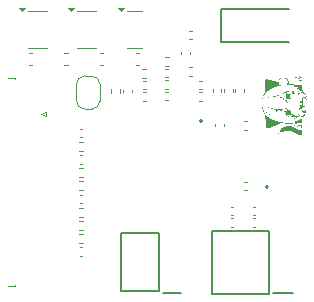
<source format=gto>
G04 EasyEDA Pro v1.9.28, 2023-01-14 19:19:00*
G04 Gerber Generator version 0.3*%TF.GenerationSoftware,KiCad,Pcbnew,8.0.3*%
%TF.CreationDate,2024-10-10T21:17:44+08:00*%
%TF.ProjectId,Neko_Wireless_Transmission,4e656b6f-5f57-4697-9265-6c6573735f54,rev?*%
%TF.SameCoordinates,Original*%
%TF.FileFunction,Legend,Top*%
%TF.FilePolarity,Positive*%
%FSLAX46Y46*%
G04 Gerber Fmt 4.6, Leading zero omitted, Abs format (unit mm)*
G04 Created by KiCad (PCBNEW 8.0.3) date 2024-10-10 21:17:44*
%MOMM*%
%LPD*%
G01*
G04 APERTURE LIST*
%ADD10C,0.000000*%
%ADD11C,0.120000*%
%ADD12C,0.200000*%
G04 APERTURE END LIST*
D10*
%TO.C,*%
G36*
X48373337Y-72932660D02*
G01*
X48367477Y-72938521D01*
X48361616Y-72932660D01*
X48367477Y-72926800D01*
X48373337Y-72932660D01*
G37*
G36*
X47869323Y-72792005D02*
G01*
X47863462Y-72797866D01*
X47857601Y-72792005D01*
X47863462Y-72786145D01*
X47869323Y-72792005D01*
G37*
G36*
X48338173Y-72534137D02*
G01*
X48332313Y-72539998D01*
X48326452Y-72534137D01*
X48332313Y-72528277D01*
X48338173Y-72534137D01*
G37*
G36*
X47681782Y-72299712D02*
G01*
X47675922Y-72305572D01*
X47670061Y-72299712D01*
X47675922Y-72293851D01*
X47681782Y-72299712D01*
G37*
G36*
X47927929Y-72194220D02*
G01*
X47922068Y-72200081D01*
X47916208Y-72194220D01*
X47922068Y-72188360D01*
X47927929Y-72194220D01*
G37*
G36*
X46568261Y-71748812D02*
G01*
X46562401Y-71754672D01*
X46556540Y-71748812D01*
X46562401Y-71742951D01*
X46568261Y-71748812D01*
G37*
G36*
X46533097Y-71737091D02*
G01*
X46527237Y-71742951D01*
X46521376Y-71737091D01*
X46527237Y-71731230D01*
X46533097Y-71737091D01*
G37*
G36*
X45736051Y-71315125D02*
G01*
X45730190Y-71320985D01*
X45724329Y-71315125D01*
X45730190Y-71309264D01*
X45736051Y-71315125D01*
G37*
G36*
X48865631Y-70928323D02*
G01*
X48859770Y-70934183D01*
X48853910Y-70928323D01*
X48859770Y-70922462D01*
X48865631Y-70928323D01*
G37*
G36*
X48678090Y-70881438D02*
G01*
X48672230Y-70887298D01*
X48666369Y-70881438D01*
X48672230Y-70875577D01*
X48678090Y-70881438D01*
G37*
G36*
X49029729Y-70459472D02*
G01*
X49023868Y-70465332D01*
X49018007Y-70459472D01*
X49023868Y-70453611D01*
X49029729Y-70459472D01*
G37*
G36*
X48736697Y-70213325D02*
G01*
X48730836Y-70219186D01*
X48724976Y-70213325D01*
X48730836Y-70207464D01*
X48736697Y-70213325D01*
G37*
G36*
X46556540Y-70189882D02*
G01*
X46550679Y-70195743D01*
X46544819Y-70189882D01*
X46550679Y-70184022D01*
X46556540Y-70189882D01*
G37*
G36*
X46603425Y-70178161D02*
G01*
X46597564Y-70184022D01*
X46591704Y-70178161D01*
X46597564Y-70172301D01*
X46603425Y-70178161D01*
G37*
G36*
X48525714Y-70178161D02*
G01*
X48519853Y-70184022D01*
X48513993Y-70178161D01*
X48519853Y-70172301D01*
X48525714Y-70178161D01*
G37*
G36*
X48560878Y-69779638D02*
G01*
X48555017Y-69785499D01*
X48549156Y-69779638D01*
X48555017Y-69773777D01*
X48560878Y-69779638D01*
G37*
G36*
X48525714Y-69767917D02*
G01*
X48519853Y-69773777D01*
X48513993Y-69767917D01*
X48519853Y-69762056D01*
X48525714Y-69767917D01*
G37*
G36*
X48502271Y-69756195D02*
G01*
X48496411Y-69762056D01*
X48490550Y-69756195D01*
X48496411Y-69750335D01*
X48502271Y-69756195D01*
G37*
G36*
X46811233Y-72099229D02*
G01*
X46807738Y-72104557D01*
X46795849Y-72105385D01*
X46783342Y-72102523D01*
X46788768Y-72098304D01*
X46807087Y-72096906D01*
X46811233Y-72099229D01*
G37*
G36*
X46775337Y-71723416D02*
G01*
X46773728Y-71730384D01*
X46767523Y-71731230D01*
X46757875Y-71726941D01*
X46759709Y-71723416D01*
X46773619Y-71722013D01*
X46775337Y-71723416D01*
G37*
G36*
X46728452Y-71711694D02*
G01*
X46726843Y-71718663D01*
X46720638Y-71719509D01*
X46710990Y-71715220D01*
X46712824Y-71711694D01*
X46726734Y-71710292D01*
X46728452Y-71711694D01*
G37*
G36*
X46266438Y-71547648D02*
G01*
X46267911Y-71551926D01*
X46251787Y-71553560D01*
X46235147Y-71551718D01*
X46237135Y-71547648D01*
X46261133Y-71546100D01*
X46266438Y-71547648D01*
G37*
G36*
X47537220Y-71289729D02*
G01*
X47535611Y-71296697D01*
X47529406Y-71297543D01*
X47519758Y-71293254D01*
X47521591Y-71289729D01*
X47535502Y-71288326D01*
X47537220Y-71289729D01*
G37*
G36*
X47491067Y-71278740D02*
G01*
X47487572Y-71284067D01*
X47475683Y-71284896D01*
X47463176Y-71282034D01*
X47468601Y-71277815D01*
X47486920Y-71276417D01*
X47491067Y-71278740D01*
G37*
G36*
X47513777Y-71242844D02*
G01*
X47512168Y-71249812D01*
X47505963Y-71250658D01*
X47496315Y-71246369D01*
X47498149Y-71242844D01*
X47512059Y-71241441D01*
X47513777Y-71242844D01*
G37*
G36*
X46341650Y-70258257D02*
G01*
X46340041Y-70265225D01*
X46333836Y-70266071D01*
X46324188Y-70261782D01*
X46326022Y-70258257D01*
X46339932Y-70256854D01*
X46341650Y-70258257D01*
G37*
G36*
X47954302Y-69308885D02*
G01*
X47955774Y-69313163D01*
X47939650Y-69314797D01*
X47923010Y-69312955D01*
X47924999Y-69308885D01*
X47948996Y-69307337D01*
X47954302Y-69308885D01*
G37*
G36*
X48334266Y-69226784D02*
G01*
X48332657Y-69233753D01*
X48326452Y-69234599D01*
X48316804Y-69230310D01*
X48318638Y-69226784D01*
X48332548Y-69225382D01*
X48334266Y-69226784D01*
G37*
G36*
X48423376Y-72743292D02*
G01*
X48423765Y-72747140D01*
X48405416Y-72748712D01*
X48402640Y-72748696D01*
X48384461Y-72747006D01*
X48386197Y-72743438D01*
X48388212Y-72742858D01*
X48413745Y-72741142D01*
X48423376Y-72743292D01*
G37*
G36*
X48126274Y-72006521D02*
G01*
X48111216Y-72022103D01*
X48106678Y-72025757D01*
X48092795Y-72035894D01*
X48095705Y-72029824D01*
X48102253Y-72021331D01*
X48116712Y-72005098D01*
X48122765Y-72000819D01*
X48126274Y-72006521D01*
G37*
G36*
X48962331Y-70925911D02*
G01*
X48967886Y-70928810D01*
X48953159Y-70930649D01*
X48935958Y-70930991D01*
X48910607Y-70930076D01*
X48903648Y-70927739D01*
X48909586Y-70925911D01*
X48943741Y-70923972D01*
X48962331Y-70925911D01*
G37*
G36*
X47872414Y-69320118D02*
G01*
X47877131Y-69322863D01*
X47861773Y-69324633D01*
X47840019Y-69325016D01*
X47813425Y-69324139D01*
X47805646Y-69322039D01*
X47813808Y-69319958D01*
X47848472Y-69318030D01*
X47872414Y-69320118D01*
G37*
G36*
X47435188Y-71253867D02*
G01*
X47447247Y-71261489D01*
X47447357Y-71262379D01*
X47437692Y-71272231D01*
X47426844Y-71273921D01*
X47398750Y-71267462D01*
X47388750Y-71262379D01*
X47381899Y-71254596D01*
X47395054Y-71251242D01*
X47409263Y-71250837D01*
X47435188Y-71253867D01*
G37*
G36*
X49098300Y-70694194D02*
G01*
X49098500Y-70717340D01*
X49097773Y-70750728D01*
X49096195Y-70762437D01*
X49092732Y-70754228D01*
X49088063Y-70735153D01*
X49084307Y-70702472D01*
X49088176Y-70677939D01*
X49088907Y-70676546D01*
X49095299Y-70673990D01*
X49098300Y-70694194D01*
G37*
G36*
X46704991Y-73675991D02*
G01*
X46721381Y-73683206D01*
X46753354Y-73703670D01*
X46763088Y-73720271D01*
X46756017Y-73729574D01*
X46740026Y-73728667D01*
X46714905Y-73718877D01*
X46690085Y-73704956D01*
X46674992Y-73691656D01*
X46673753Y-73688109D01*
X46681883Y-73673829D01*
X46704991Y-73675991D01*
G37*
G36*
X48611088Y-72888463D02*
G01*
X48656474Y-72892875D01*
X48679310Y-72896678D01*
X48679360Y-72899687D01*
X48656390Y-72901720D01*
X48628967Y-72902432D01*
X48591654Y-72901319D01*
X48564846Y-72897480D01*
X48556104Y-72893395D01*
X48562987Y-72888727D01*
X48587240Y-72887288D01*
X48611088Y-72888463D01*
G37*
G36*
X48334032Y-72731211D02*
G01*
X48326172Y-72736265D01*
X48300804Y-72744907D01*
X48263241Y-72755351D01*
X48259477Y-72756310D01*
X48204159Y-72767572D01*
X48140682Y-72776538D01*
X48092027Y-72780678D01*
X48004117Y-72784933D01*
X48093588Y-72774493D01*
X48150482Y-72766344D01*
X48210464Y-72755406D01*
X48256052Y-72745139D01*
X48294287Y-72736130D01*
X48322493Y-72731170D01*
X48334032Y-72731211D01*
G37*
G36*
X46675789Y-71768777D02*
G01*
X46709648Y-71774362D01*
X46751103Y-71782292D01*
X46793504Y-71791195D01*
X46830205Y-71799698D01*
X46854558Y-71806430D01*
X46860534Y-71809104D01*
X46853810Y-71811687D01*
X46829579Y-71811042D01*
X46802214Y-71808349D01*
X46770169Y-71803117D01*
X46734139Y-71795263D01*
X46699317Y-71786261D01*
X46670897Y-71777583D01*
X46654070Y-71770704D01*
X46654031Y-71767097D01*
X46656171Y-71766910D01*
X46675789Y-71768777D01*
G37*
G36*
X46699385Y-73508786D02*
G01*
X46720971Y-73528873D01*
X46749835Y-73557132D01*
X46751217Y-73558513D01*
X46800166Y-73600624D01*
X46846337Y-73624858D01*
X46861314Y-73629420D01*
X46903832Y-73640642D01*
X46928421Y-73648443D01*
X46939936Y-73654922D01*
X46943231Y-73662175D01*
X46943342Y-73664872D01*
X46933997Y-73676964D01*
X46928690Y-73678259D01*
X46874952Y-73673500D01*
X46816340Y-73653228D01*
X46761114Y-73621346D01*
X46717536Y-73581757D01*
X46713368Y-73576525D01*
X46696499Y-73549267D01*
X46686217Y-73523121D01*
X46684737Y-73505130D01*
X46689660Y-73501142D01*
X46699385Y-73508786D01*
G37*
G36*
X48348173Y-71017287D02*
G01*
X48369392Y-71019984D01*
X48373337Y-71022093D01*
X48363009Y-71025947D01*
X48337573Y-71027896D01*
X48331731Y-71027954D01*
X48278966Y-71036348D01*
X48235719Y-71058849D01*
X48204362Y-71091439D01*
X48187267Y-71130096D01*
X48186806Y-71170800D01*
X48205353Y-71209531D01*
X48217117Y-71222197D01*
X48262999Y-71252820D01*
X48311623Y-71260910D01*
X48335243Y-71257433D01*
X48355169Y-71254058D01*
X48354418Y-71258550D01*
X48349895Y-71261843D01*
X48313541Y-71273516D01*
X48270294Y-71268838D01*
X48227224Y-71250293D01*
X48191398Y-71220363D01*
X48178212Y-71201548D01*
X48163188Y-71159038D01*
X48168685Y-71119031D01*
X48195569Y-71077676D01*
X48209239Y-71063117D01*
X48239058Y-71035620D01*
X48263712Y-71021616D01*
X48293154Y-71016683D01*
X48314731Y-71016232D01*
X48348173Y-71017287D01*
G37*
G36*
X48731385Y-68301418D02*
G01*
X48734224Y-68316091D01*
X48736454Y-68342550D01*
X48738108Y-68382433D01*
X48739216Y-68437380D01*
X48739811Y-68509029D01*
X48739925Y-68599019D01*
X48739588Y-68708989D01*
X48738832Y-68840578D01*
X48738724Y-68856583D01*
X48738185Y-68970379D01*
X48738074Y-69087017D01*
X48738356Y-69204622D01*
X48738999Y-69321319D01*
X48739966Y-69435231D01*
X48741224Y-69544484D01*
X48742737Y-69647202D01*
X48744471Y-69741510D01*
X48746393Y-69825533D01*
X48748466Y-69897394D01*
X48750657Y-69955218D01*
X48752931Y-69997131D01*
X48755253Y-70021256D01*
X48757589Y-70025718D01*
X48759905Y-70008642D01*
X48759940Y-70008203D01*
X48763463Y-69968922D01*
X48766686Y-69950498D01*
X48770654Y-69950382D01*
X48776412Y-69966028D01*
X48776766Y-69967178D01*
X48786334Y-69998768D01*
X48791109Y-70016166D01*
X48793240Y-70027570D01*
X48793838Y-70032337D01*
X48802208Y-70039742D01*
X48805701Y-70038324D01*
X48813613Y-70042026D01*
X48814492Y-70052284D01*
X48803251Y-70072146D01*
X48789443Y-70080292D01*
X48780672Y-70085431D01*
X48794066Y-70088340D01*
X48809989Y-70089083D01*
X48865330Y-70101655D01*
X48922284Y-70135139D01*
X48977892Y-70187457D01*
X49012453Y-70231343D01*
X49050274Y-70292735D01*
X49078142Y-70353671D01*
X49094937Y-70410026D01*
X49099539Y-70457676D01*
X49090827Y-70492495D01*
X49085405Y-70499872D01*
X49082474Y-70503512D01*
X49076616Y-70510787D01*
X49084831Y-70507708D01*
X49085405Y-70507385D01*
X49097252Y-70507454D01*
X49098146Y-70514456D01*
X49095719Y-70534120D01*
X49091536Y-70568166D01*
X49088335Y-70594266D01*
X49083606Y-70627049D01*
X49079482Y-70645666D01*
X49077356Y-70647012D01*
X49072519Y-70640030D01*
X49067819Y-70651383D01*
X49063908Y-70675967D01*
X49061435Y-70708682D01*
X49061052Y-70744425D01*
X49062169Y-70766116D01*
X49064146Y-70811003D01*
X49059961Y-70842588D01*
X49047907Y-70870583D01*
X49042092Y-70880399D01*
X49022714Y-70909418D01*
X49011919Y-70921150D01*
X49011279Y-70914962D01*
X49022365Y-70890219D01*
X49023567Y-70887880D01*
X49040033Y-70831613D01*
X49037999Y-70765295D01*
X49035589Y-70756669D01*
X49017766Y-70692876D01*
X49006760Y-70667493D01*
X49000425Y-70655903D01*
X48978704Y-70616164D01*
X48964236Y-70600127D01*
X48994565Y-70600127D01*
X49000425Y-70605988D01*
X49006286Y-70600127D01*
X49000425Y-70594266D01*
X48994565Y-70600127D01*
X48964236Y-70600127D01*
X48953662Y-70588406D01*
X49029729Y-70588406D01*
X49035589Y-70594266D01*
X49041450Y-70588406D01*
X49035589Y-70582545D01*
X49029729Y-70588406D01*
X48953662Y-70588406D01*
X48951566Y-70586083D01*
X48922098Y-70575430D01*
X48887054Y-70582385D01*
X48869313Y-70590411D01*
X48825630Y-70624516D01*
X48793593Y-70677111D01*
X48772752Y-70749132D01*
X48764907Y-70807819D01*
X48761620Y-70857673D01*
X48762766Y-70890996D01*
X48768982Y-70914392D01*
X48776537Y-70928161D01*
X48793215Y-70948212D01*
X48809955Y-70950349D01*
X48822076Y-70945441D01*
X48848049Y-70932860D01*
X48823477Y-70954454D01*
X48807908Y-70978660D01*
X48793507Y-71019057D01*
X48781984Y-71068405D01*
X48775052Y-71119458D01*
X48774265Y-71162748D01*
X48774666Y-71197232D01*
X48772845Y-71239476D01*
X48771986Y-71250658D01*
X48769530Y-71269974D01*
X48766979Y-71269407D01*
X48764077Y-71247816D01*
X48760569Y-71204062D01*
X48760139Y-71197912D01*
X48754279Y-71113126D01*
X48752848Y-71092421D01*
X48750633Y-71218881D01*
X48748418Y-71345341D01*
X48773107Y-71322340D01*
X48788538Y-71302112D01*
X48790288Y-71287189D01*
X48792634Y-71281061D01*
X48814705Y-71286194D01*
X48818366Y-71287446D01*
X48845139Y-71299160D01*
X48860346Y-71310205D01*
X48860483Y-71310418D01*
X48875218Y-71316871D01*
X48904555Y-71320611D01*
X48918305Y-71320985D01*
X48979371Y-71327070D01*
X49022821Y-71346007D01*
X49046702Y-71371158D01*
X49057052Y-71399602D01*
X49064697Y-71445561D01*
X49069433Y-71503240D01*
X49071055Y-71566843D01*
X49069359Y-71630576D01*
X49064141Y-71688645D01*
X49058995Y-71719509D01*
X49049330Y-71767185D01*
X49043493Y-71797685D01*
X49040627Y-71812661D01*
X49035857Y-71839652D01*
X49033636Y-71847966D01*
X49028318Y-71867872D01*
X49018616Y-71882867D01*
X49016222Y-71883607D01*
X49012147Y-71888380D01*
X49008903Y-71892179D01*
X49010646Y-71901505D01*
X49011660Y-71922169D01*
X49007468Y-71958114D01*
X48999443Y-72002118D01*
X48998254Y-72007203D01*
X48988958Y-72046963D01*
X48977387Y-72085427D01*
X48973930Y-72094589D01*
X48954196Y-72127916D01*
X48922556Y-72153949D01*
X48874859Y-72175984D01*
X48874060Y-72176353D01*
X48853910Y-72183442D01*
X48817681Y-72195183D01*
X48811908Y-72196910D01*
X48790867Y-72203204D01*
X48781238Y-72205461D01*
X48777721Y-72205955D01*
X48773995Y-72206479D01*
X48767710Y-72209673D01*
X48762309Y-72216614D01*
X48757715Y-72228874D01*
X48753852Y-72248025D01*
X48750646Y-72275637D01*
X48748021Y-72313282D01*
X48745901Y-72362533D01*
X48744210Y-72424960D01*
X48742873Y-72502135D01*
X48741815Y-72595629D01*
X48740959Y-72707014D01*
X48740230Y-72837862D01*
X48739553Y-72989744D01*
X48739187Y-73079756D01*
X48738356Y-73249152D01*
X48737289Y-73401501D01*
X48736002Y-73535998D01*
X48734507Y-73651841D01*
X48732820Y-73748224D01*
X48730955Y-73824344D01*
X48728924Y-73879397D01*
X48726743Y-73912577D01*
X48724536Y-73923108D01*
X48719199Y-73912293D01*
X48715245Y-73883452D01*
X48713335Y-73841991D01*
X48713254Y-73830764D01*
X48713254Y-73738419D01*
X48610693Y-73738551D01*
X48535318Y-73735083D01*
X48466605Y-73725328D01*
X48437804Y-73718392D01*
X48392880Y-73702297D01*
X48334951Y-73677149D01*
X48270860Y-73646367D01*
X48207450Y-73613373D01*
X48151566Y-73581586D01*
X48110603Y-73554837D01*
X48037232Y-73507866D01*
X47950817Y-73463548D01*
X47861643Y-73426843D01*
X47811764Y-73410727D01*
X47715509Y-73389651D01*
X47610992Y-73377385D01*
X47506546Y-73374348D01*
X47410500Y-73380959D01*
X47366638Y-73388349D01*
X47323750Y-73396453D01*
X47289805Y-73400969D01*
X47271231Y-73401078D01*
X47270119Y-73400635D01*
X47254102Y-73402559D01*
X47219067Y-73416567D01*
X47164748Y-73442781D01*
X47090880Y-73481320D01*
X47078589Y-73487908D01*
X47025138Y-73507791D01*
X46969600Y-73513730D01*
X46919083Y-73505834D01*
X46881356Y-73484834D01*
X46853674Y-73444225D01*
X46842468Y-73392817D01*
X46846756Y-73335454D01*
X46865557Y-73276983D01*
X46897889Y-73222248D01*
X46942771Y-73176096D01*
X46944115Y-73175039D01*
X46977408Y-73153525D01*
X47026373Y-73127350D01*
X47084538Y-73099545D01*
X47145431Y-73073139D01*
X47202579Y-73051161D01*
X47224652Y-73043743D01*
X47288182Y-73026296D01*
X47362940Y-73009860D01*
X47440246Y-72996012D01*
X47511416Y-72986331D01*
X47561388Y-72982532D01*
X47691305Y-72989028D01*
X47828182Y-73015515D01*
X47968577Y-73060975D01*
X48109047Y-73124393D01*
X48185797Y-73166978D01*
X48291376Y-73226785D01*
X48382271Y-73271619D01*
X48461135Y-73302282D01*
X48530625Y-73319576D01*
X48593397Y-73324303D01*
X48652106Y-73317265D01*
X48669299Y-73312986D01*
X48713254Y-73300779D01*
X48713254Y-73209425D01*
X48713254Y-73118071D01*
X48698219Y-73114748D01*
X48645857Y-73103176D01*
X48610783Y-73094232D01*
X48557527Y-73079114D01*
X48490144Y-73059066D01*
X48412690Y-73035329D01*
X48329221Y-73009147D01*
X48243792Y-72981762D01*
X48162354Y-72955046D01*
X48112911Y-72939596D01*
X48047988Y-72920675D01*
X47974899Y-72900283D01*
X47900961Y-72880417D01*
X47833488Y-72863079D01*
X47779795Y-72850267D01*
X47775552Y-72849330D01*
X47706177Y-72834246D01*
X47652283Y-72822786D01*
X47647547Y-72821779D01*
X47595357Y-72811168D01*
X47545303Y-72801653D01*
X47512317Y-72795856D01*
X47657772Y-72795856D01*
X47666352Y-72799848D01*
X47681782Y-72804092D01*
X47713148Y-72811946D01*
X47761095Y-72823869D01*
X47819445Y-72838328D01*
X47882016Y-72853790D01*
X47890857Y-72855971D01*
X47947596Y-72870769D01*
X48021169Y-72891168D01*
X48106099Y-72915582D01*
X48196907Y-72942423D01*
X48288114Y-72970103D01*
X48336265Y-72985048D01*
X48416948Y-73010051D01*
X48492444Y-73032957D01*
X48559188Y-73052722D01*
X48613616Y-73068302D01*
X48652161Y-73078656D01*
X48669299Y-73082496D01*
X48698219Y-73085400D01*
X48710754Y-73080279D01*
X48713254Y-73067170D01*
X48705796Y-73050022D01*
X48690031Y-73041735D01*
X48680714Y-73036837D01*
X48663439Y-73031648D01*
X48624836Y-73020082D01*
X48577744Y-73003361D01*
X48517379Y-72979715D01*
X48467107Y-72959111D01*
X48422645Y-72939455D01*
X48496411Y-72939455D01*
X48541071Y-72961756D01*
X48578122Y-72978103D01*
X48619542Y-72993175D01*
X48658966Y-73005070D01*
X48690031Y-73011884D01*
X48706372Y-73011715D01*
X48706876Y-73011320D01*
X48711533Y-72996088D01*
X48713254Y-72971731D01*
X48713254Y-72938521D01*
X48604832Y-72938988D01*
X48496411Y-72939455D01*
X48422645Y-72939455D01*
X48422084Y-72939207D01*
X48386644Y-72921203D01*
X48365493Y-72907618D01*
X48361616Y-72902583D01*
X48372125Y-72899265D01*
X48398980Y-72897772D01*
X48435172Y-72897893D01*
X48473694Y-72899414D01*
X48507538Y-72902123D01*
X48529696Y-72905808D01*
X48534076Y-72907813D01*
X48548649Y-72911455D01*
X48579937Y-72914062D01*
X48621218Y-72915078D01*
X48621951Y-72915079D01*
X48702560Y-72915079D01*
X48699116Y-72830099D01*
X48695672Y-72745120D01*
X48590181Y-72736938D01*
X48528854Y-72731730D01*
X48463487Y-72725468D01*
X48422339Y-72721049D01*
X48406776Y-72719378D01*
X48399333Y-72718499D01*
X48358568Y-72714713D01*
X48319692Y-72714165D01*
X48277506Y-72717409D01*
X48261985Y-72719733D01*
X48226812Y-72724998D01*
X48162413Y-72737489D01*
X48103748Y-72750022D01*
X48074735Y-72754611D01*
X48027346Y-72760117D01*
X47966604Y-72766044D01*
X47897534Y-72771892D01*
X47840019Y-72776156D01*
X47765926Y-72781407D01*
X47712942Y-72785599D01*
X47678780Y-72789136D01*
X47661152Y-72792420D01*
X47657772Y-72795856D01*
X47512317Y-72795856D01*
X47493079Y-72792475D01*
X47434381Y-72782873D01*
X47364904Y-72772088D01*
X47280342Y-72759359D01*
X47189489Y-72745867D01*
X47120690Y-72735648D01*
X47058121Y-72726300D01*
X47006240Y-72718492D01*
X46969503Y-72712895D01*
X46953954Y-72710449D01*
X46929674Y-72712342D01*
X46898460Y-72726859D01*
X46867154Y-72748306D01*
X46855703Y-72756151D01*
X46855190Y-72756535D01*
X46810219Y-72787679D01*
X46760301Y-72818301D01*
X46710811Y-72845531D01*
X46667122Y-72866496D01*
X46634610Y-72878324D01*
X46624297Y-72879915D01*
X46608201Y-72884296D01*
X46574088Y-72896528D01*
X46525497Y-72915240D01*
X46465965Y-72939063D01*
X46399028Y-72966627D01*
X46382574Y-72973512D01*
X46280389Y-73014733D01*
X46178257Y-73052832D01*
X46079037Y-73086983D01*
X45985588Y-73116359D01*
X45900771Y-73140131D01*
X45827444Y-73157472D01*
X45768466Y-73167556D01*
X45726699Y-73169553D01*
X45713103Y-73167243D01*
X45701491Y-73161409D01*
X45694352Y-73149657D01*
X45690604Y-73127084D01*
X45689165Y-73088788D01*
X45688963Y-73057874D01*
X45687108Y-72990584D01*
X45682299Y-72910426D01*
X45675323Y-72827198D01*
X45666969Y-72750696D01*
X45660666Y-72706043D01*
X45657252Y-72679484D01*
X45655479Y-72663071D01*
X46861293Y-72663071D01*
X46867154Y-72668932D01*
X46873014Y-72663071D01*
X46867154Y-72657211D01*
X46861293Y-72663071D01*
X45655479Y-72663071D01*
X45652364Y-72634237D01*
X45646449Y-72574980D01*
X45639955Y-72506389D01*
X45633330Y-72433139D01*
X45627022Y-72359908D01*
X45623997Y-72323154D01*
X45618046Y-72270476D01*
X45609478Y-72219664D01*
X45600062Y-72181059D01*
X45599286Y-72178692D01*
X45588402Y-72128580D01*
X45592741Y-72078364D01*
X45593105Y-72076635D01*
X45598130Y-72046424D01*
X45596052Y-72023062D01*
X45584539Y-71997757D01*
X45563500Y-71965043D01*
X45521456Y-71894459D01*
X45478540Y-71808163D01*
X45437828Y-71713548D01*
X45402397Y-71618009D01*
X45375324Y-71528942D01*
X45366261Y-71490944D01*
X45339419Y-71331696D01*
X45324105Y-71165928D01*
X45322305Y-71084083D01*
X45351701Y-71084083D01*
X45361861Y-71246370D01*
X45383224Y-71405450D01*
X45415419Y-71555592D01*
X45458077Y-71691067D01*
X45460684Y-71697887D01*
X45491728Y-71772357D01*
X45525545Y-71843448D01*
X45559247Y-71905616D01*
X45589945Y-71953318D01*
X45601256Y-71967716D01*
X45622381Y-71993140D01*
X45649722Y-72027051D01*
X45663894Y-72044960D01*
X45703193Y-72087837D01*
X45758490Y-72138341D01*
X45825149Y-72192975D01*
X45898536Y-72248241D01*
X45974012Y-72300643D01*
X46046943Y-72346682D01*
X46110103Y-72381570D01*
X46146556Y-72397899D01*
X46200837Y-72419694D01*
X46268431Y-72445330D01*
X46344821Y-72473184D01*
X46425490Y-72501633D01*
X46505923Y-72529055D01*
X46581602Y-72553824D01*
X46638589Y-72571512D01*
X46834452Y-72625243D01*
X47023007Y-72666983D01*
X47199622Y-72695762D01*
X47269849Y-72703823D01*
X47347314Y-72709563D01*
X47440500Y-72713414D01*
X47543968Y-72715420D01*
X47652283Y-72715622D01*
X47760006Y-72714064D01*
X47861701Y-72710787D01*
X47951930Y-72705836D01*
X48025256Y-72699252D01*
X48036998Y-72697798D01*
X48105646Y-72688048D01*
X48158740Y-72678990D01*
X48194755Y-72671039D01*
X48212168Y-72664612D01*
X48209455Y-72660127D01*
X48185090Y-72658000D01*
X48182708Y-72657954D01*
X48147567Y-72660911D01*
X48119753Y-72669126D01*
X48117335Y-72670487D01*
X48092578Y-72677249D01*
X48047877Y-72678464D01*
X47993371Y-72675208D01*
X47945204Y-72670796D01*
X47917418Y-72666845D01*
X47906990Y-72662448D01*
X47910899Y-72656700D01*
X47918088Y-72652622D01*
X47921380Y-72651350D01*
X48256125Y-72651350D01*
X48261985Y-72657211D01*
X48267846Y-72651350D01*
X48261985Y-72645489D01*
X48256125Y-72651350D01*
X47921380Y-72651350D01*
X47944420Y-72642448D01*
X47983842Y-72630798D01*
X48015838Y-72622947D01*
X48068520Y-72610982D01*
X48124760Y-72597846D01*
X48151663Y-72591403D01*
X48196283Y-72581399D01*
X48238430Y-72573282D01*
X48257155Y-72570382D01*
X48293141Y-72564272D01*
X48337424Y-72554812D01*
X48355755Y-72550362D01*
X48388169Y-72541431D01*
X48400083Y-72535521D01*
X48393934Y-72530803D01*
X48385059Y-72528371D01*
X48373444Y-72523814D01*
X48373945Y-72521895D01*
X48421902Y-72521895D01*
X48422339Y-72522579D01*
X48435834Y-72522188D01*
X48464291Y-72514796D01*
X48501326Y-72502731D01*
X48540554Y-72488321D01*
X48575591Y-72473895D01*
X48600052Y-72461780D01*
X48607763Y-72454963D01*
X48599087Y-72448807D01*
X48589092Y-72450884D01*
X48562816Y-72459462D01*
X48542207Y-72465130D01*
X48520782Y-72474177D01*
X48513993Y-72482662D01*
X48504534Y-72492052D01*
X48497174Y-72493113D01*
X48475572Y-72496578D01*
X48450184Y-72504752D01*
X48429473Y-72514302D01*
X48421902Y-72521895D01*
X48373945Y-72521895D01*
X48375140Y-72517313D01*
X48392728Y-72506970D01*
X48428787Y-72490891D01*
X48445780Y-72483752D01*
X48488889Y-72466411D01*
X48524314Y-72453316D01*
X48546049Y-72446648D01*
X48549033Y-72446228D01*
X48557228Y-72439588D01*
X48555776Y-72435735D01*
X48559050Y-72423436D01*
X48567764Y-72418153D01*
X48593636Y-72411429D01*
X48604085Y-72415779D01*
X48601902Y-72422785D01*
X48601170Y-72434253D01*
X48604141Y-72435403D01*
X48622960Y-72438203D01*
X48634191Y-72440235D01*
X48648237Y-72438888D01*
X48648182Y-72433527D01*
X48652594Y-72421738D01*
X48671569Y-72409232D01*
X48693875Y-72395182D01*
X48701667Y-72382463D01*
X48692301Y-72376020D01*
X48689399Y-72375900D01*
X48671489Y-72381465D01*
X48645459Y-72394844D01*
X48645445Y-72394853D01*
X48629986Y-72403153D01*
X48631376Y-72399085D01*
X48650223Y-72381507D01*
X48654648Y-72377586D01*
X48680766Y-72355995D01*
X48699849Y-72342864D01*
X48704463Y-72341051D01*
X48709102Y-72330225D01*
X48712288Y-72302407D01*
X48713254Y-72270409D01*
X48711603Y-72228243D01*
X48706138Y-72205947D01*
X48697324Y-72200081D01*
X48691502Y-72198467D01*
X48679184Y-72195052D01*
X48647497Y-72181922D01*
X48624175Y-72170778D01*
X48771861Y-72170778D01*
X48777721Y-72176638D01*
X48783582Y-72170778D01*
X48777721Y-72164917D01*
X48771861Y-72170778D01*
X48624175Y-72170778D01*
X48612345Y-72165125D01*
X48606399Y-72162115D01*
X48800387Y-72162115D01*
X48811908Y-72163992D01*
X48827111Y-72161837D01*
X48827292Y-72157835D01*
X48811605Y-72155037D01*
X48804827Y-72156910D01*
X48800387Y-72162115D01*
X48606399Y-72162115D01*
X48543296Y-72130170D01*
X48364567Y-72217916D01*
X48296036Y-72250281D01*
X48225729Y-72281269D01*
X48160089Y-72308187D01*
X48105562Y-72328339D01*
X48084378Y-72335065D01*
X48035012Y-72348582D01*
X47999998Y-72356682D01*
X47981043Y-72359350D01*
X47979852Y-72356573D01*
X47998129Y-72348338D01*
X48034996Y-72335471D01*
X48124395Y-72300853D01*
X48212454Y-72256997D01*
X48292603Y-72207673D01*
X48358271Y-72156647D01*
X48375558Y-72140164D01*
X48407115Y-72106054D01*
X48430909Y-72076412D01*
X48442945Y-72056353D01*
X48443665Y-72053013D01*
X48437057Y-72032119D01*
X48420841Y-72004292D01*
X48417729Y-71999954D01*
X48391794Y-71964875D01*
X48367914Y-72010674D01*
X48319902Y-72082982D01*
X48259622Y-72137357D01*
X48184783Y-72175321D01*
X48093095Y-72198396D01*
X48083273Y-72199891D01*
X48042323Y-72205686D01*
X48011016Y-72209882D01*
X47996122Y-72211570D01*
X47996116Y-72211570D01*
X47986696Y-72221428D01*
X47980310Y-72236392D01*
X47970972Y-72252577D01*
X47952256Y-72257423D01*
X47943406Y-72256747D01*
X47929705Y-72255701D01*
X47892147Y-72255114D01*
X47859225Y-72260873D01*
X47857601Y-72261454D01*
X47816607Y-72274729D01*
X47770909Y-72284283D01*
X47740389Y-72288844D01*
X47729920Y-72288445D01*
X47740269Y-72281959D01*
X47769857Y-72270223D01*
X47786989Y-72264154D01*
X47828647Y-72249418D01*
X47860780Y-72237423D01*
X47877743Y-72230295D01*
X47878944Y-72229530D01*
X47879770Y-72216302D01*
X47875680Y-72190620D01*
X47868084Y-72156039D01*
X47801306Y-72176646D01*
X47735842Y-72192730D01*
X47651133Y-72207212D01*
X47551338Y-72219855D01*
X47440614Y-72230419D01*
X47323121Y-72238665D01*
X47203016Y-72244354D01*
X47084458Y-72247248D01*
X46971604Y-72247106D01*
X46868613Y-72243691D01*
X46779644Y-72236762D01*
X46771449Y-72235840D01*
X46550148Y-72198462D01*
X46332461Y-72138636D01*
X46121695Y-72057356D01*
X46026347Y-72012217D01*
X45914040Y-71953083D01*
X45821563Y-71898278D01*
X45746164Y-71845844D01*
X45685087Y-71793823D01*
X45635579Y-71740257D01*
X45625198Y-71727066D01*
X45603277Y-71696852D01*
X45596619Y-71683910D01*
X45604840Y-71688055D01*
X45627556Y-71709104D01*
X45662793Y-71745196D01*
X45706383Y-71787738D01*
X45756130Y-71831444D01*
X45801335Y-71866919D01*
X45801727Y-71867200D01*
X45870762Y-71911873D01*
X45956104Y-71959723D01*
X46051473Y-72007654D01*
X46150587Y-72052567D01*
X46247168Y-72091367D01*
X46281090Y-72103583D01*
X46413734Y-72146448D01*
X46538857Y-72179578D01*
X46661662Y-72203657D01*
X46787352Y-72219369D01*
X46921130Y-72227398D01*
X47068197Y-72228428D01*
X47201210Y-72224579D01*
X47288373Y-72220678D01*
X47355740Y-72216863D01*
X47406951Y-72212725D01*
X47445649Y-72207855D01*
X47475474Y-72201844D01*
X47500068Y-72194281D01*
X47511824Y-72189673D01*
X47570430Y-72165231D01*
X47500102Y-72171913D01*
X47427277Y-72172103D01*
X47366000Y-72163670D01*
X47346247Y-72160952D01*
X47341865Y-72160044D01*
X47285220Y-72150229D01*
X47224504Y-72142995D01*
X47177767Y-72140097D01*
X47131609Y-72138115D01*
X47089780Y-72134402D01*
X47066415Y-72130753D01*
X47053732Y-72126397D01*
X47057386Y-72123714D01*
X47346623Y-72123714D01*
X47347726Y-72129753D01*
X47362711Y-72141027D01*
X47366000Y-72141475D01*
X47376713Y-72132534D01*
X47377029Y-72129753D01*
X47367488Y-72119467D01*
X47358755Y-72118032D01*
X47346623Y-72123714D01*
X47057386Y-72123714D01*
X47059049Y-72122493D01*
X47084254Y-72118508D01*
X47123860Y-72114558D01*
X47176895Y-72110449D01*
X47228782Y-72107443D01*
X47268732Y-72106159D01*
X47270376Y-72106151D01*
X47319912Y-72105124D01*
X47349755Y-72100009D01*
X47363648Y-72087215D01*
X47365333Y-72063152D01*
X47358556Y-72024228D01*
X47358099Y-72022008D01*
X47338524Y-71958941D01*
X47311173Y-71917321D01*
X47291027Y-71893903D01*
X47289463Y-71884616D01*
X47306721Y-71888988D01*
X47322124Y-71895974D01*
X47339668Y-71904028D01*
X47337588Y-71900406D01*
X47334125Y-71897586D01*
X47324727Y-71889933D01*
X47304953Y-71879273D01*
X47268019Y-71863786D01*
X47219173Y-71845534D01*
X47163663Y-71826579D01*
X47162641Y-71826246D01*
X47091931Y-71802465D01*
X47064016Y-71791990D01*
X47137818Y-71791990D01*
X47225190Y-71826116D01*
X47277906Y-71846395D01*
X47312867Y-71858039D01*
X47334125Y-71861013D01*
X47345735Y-71855282D01*
X47351748Y-71840812D01*
X47354881Y-71825000D01*
X47360193Y-71795450D01*
X47363555Y-71776992D01*
X47363765Y-71775876D01*
X47357282Y-71762929D01*
X47355809Y-71761907D01*
X47339266Y-71760573D01*
X47309785Y-71764489D01*
X47300133Y-71766507D01*
X47258904Y-71774628D01*
X47211164Y-71782377D01*
X47195887Y-71784484D01*
X47137818Y-71791990D01*
X47064016Y-71791990D01*
X47043499Y-71784291D01*
X47016939Y-71771411D01*
X47011846Y-71763511D01*
X47027814Y-71760276D01*
X47064438Y-71761393D01*
X47080509Y-71762623D01*
X47135558Y-71764907D01*
X47193593Y-71763735D01*
X47231770Y-71760518D01*
X47300841Y-71751522D01*
X47183628Y-71730093D01*
X47097025Y-71713931D01*
X47031082Y-71700833D01*
X46983292Y-71690263D01*
X46951151Y-71681680D01*
X46939048Y-71677540D01*
X46924277Y-71673779D01*
X46925171Y-71683412D01*
X46930759Y-71694456D01*
X46938476Y-71713042D01*
X46932163Y-71717229D01*
X46929192Y-71716746D01*
X46913904Y-71704163D01*
X46907336Y-71690205D01*
X46892922Y-71672017D01*
X46892595Y-71671604D01*
X46874421Y-71669676D01*
X46856082Y-71667817D01*
X46856562Y-71659074D01*
X46857929Y-71650972D01*
X46852603Y-71653168D01*
X46834614Y-71653486D01*
X46808028Y-71643793D01*
X46806837Y-71643175D01*
X46769412Y-71631799D01*
X46738220Y-71631486D01*
X46717633Y-71634094D01*
X46718784Y-71630977D01*
X46726303Y-71627526D01*
X46737650Y-71620650D01*
X46731198Y-71614996D01*
X46704290Y-71608357D01*
X46702860Y-71608062D01*
X46666785Y-71602410D01*
X46637041Y-71600643D01*
X46632728Y-71600908D01*
X46617904Y-71600560D01*
X46621127Y-71596874D01*
X46765386Y-71596874D01*
X46778048Y-71603675D01*
X46785105Y-71606787D01*
X46821818Y-71619696D01*
X46862461Y-71629966D01*
X46864223Y-71630302D01*
X46892922Y-71634215D01*
X46905418Y-71629839D01*
X46908178Y-71614856D01*
X46908178Y-71614548D01*
X46906049Y-71601797D01*
X46896249Y-71594638D01*
X46873662Y-71591550D01*
X46833172Y-71591012D01*
X46829059Y-71591033D01*
X46788107Y-71591551D01*
X46767811Y-71593166D01*
X46765386Y-71596874D01*
X46621127Y-71596874D01*
X46624450Y-71593073D01*
X46625239Y-71592533D01*
X46629164Y-71584501D01*
X46612199Y-71578461D01*
X46595935Y-71575959D01*
X46564286Y-71574474D01*
X46542834Y-71578045D01*
X46540332Y-71579598D01*
X46533296Y-71597353D01*
X46543989Y-71614525D01*
X46567392Y-71624879D01*
X46577487Y-71625738D01*
X46607679Y-71629259D01*
X46648654Y-71638276D01*
X46674556Y-71645624D01*
X46708303Y-71657013D01*
X46721333Y-71664146D01*
X46715672Y-71668441D01*
X46708916Y-71669642D01*
X46678884Y-71675816D01*
X46662031Y-71681229D01*
X46639792Y-71686656D01*
X46611128Y-71689090D01*
X46584077Y-71688554D01*
X46566681Y-71685071D01*
X46564521Y-71680945D01*
X46559001Y-71676558D01*
X46537775Y-71678797D01*
X46537010Y-71678962D01*
X46516472Y-71681989D01*
X46517029Y-71677111D01*
X46520154Y-71674755D01*
X46533704Y-71657102D01*
X46527186Y-71641014D01*
X46503907Y-71629794D01*
X46486212Y-71628016D01*
X46471887Y-71626576D01*
X46430525Y-71622501D01*
X46409047Y-71617259D01*
X46383303Y-71610975D01*
X46363139Y-71603789D01*
X46304533Y-71579950D01*
X46345557Y-71577738D01*
X46386581Y-71575527D01*
X46361516Y-71571039D01*
X46478398Y-71571039D01*
X46480007Y-71578007D01*
X46486212Y-71578853D01*
X46495860Y-71574565D01*
X46494026Y-71571039D01*
X46480116Y-71569636D01*
X46478398Y-71571039D01*
X46361516Y-71571039D01*
X46339696Y-71567132D01*
X46324047Y-71564330D01*
X46397526Y-71564330D01*
X46409047Y-71566207D01*
X46424250Y-71564052D01*
X46424431Y-71560051D01*
X46408744Y-71557252D01*
X46401966Y-71559125D01*
X46397526Y-71564330D01*
X46324047Y-71564330D01*
X46292811Y-71558737D01*
X46339696Y-71555790D01*
X46386581Y-71552842D01*
X46339696Y-71543303D01*
X46296993Y-71534936D01*
X46255398Y-71527257D01*
X46251787Y-71526623D01*
X46210459Y-71517699D01*
X46172763Y-71507266D01*
X46140446Y-71500286D01*
X46114781Y-71500274D01*
X46114157Y-71500428D01*
X46102662Y-71504700D01*
X46113442Y-71506849D01*
X46118583Y-71507166D01*
X46147013Y-71513558D01*
X46177189Y-71526035D01*
X46196562Y-71538167D01*
X46197156Y-71543587D01*
X46182527Y-71542693D01*
X46156235Y-71535885D01*
X46121838Y-71523558D01*
X46109615Y-71518477D01*
X46075943Y-71502148D01*
X46062735Y-71490360D01*
X46066418Y-71482297D01*
X46072053Y-71475340D01*
X46056555Y-71476870D01*
X46055455Y-71477108D01*
X46035160Y-71477831D01*
X46029083Y-71472632D01*
X46020316Y-71467446D01*
X46009578Y-71469861D01*
X45996348Y-71471513D01*
X45998548Y-71463633D01*
X45996994Y-71452575D01*
X45981673Y-71449919D01*
X45958021Y-71444136D01*
X45920975Y-71428932D01*
X45876880Y-71407530D01*
X45832085Y-71383151D01*
X45792937Y-71359017D01*
X45771215Y-71343109D01*
X45761979Y-71333548D01*
X45772433Y-71336429D01*
X45802649Y-71351774D01*
X45806378Y-71353788D01*
X45863941Y-71380964D01*
X45937501Y-71409781D01*
X46019953Y-71437905D01*
X46104191Y-71463004D01*
X46183108Y-71482744D01*
X46223735Y-71490834D01*
X46270010Y-71499329D01*
X46307227Y-71506953D01*
X46329493Y-71512468D01*
X46332845Y-71513774D01*
X46350792Y-71518694D01*
X46388127Y-71524661D01*
X46440841Y-71531310D01*
X46504923Y-71538276D01*
X46576361Y-71545192D01*
X46651144Y-71551693D01*
X46725263Y-71557413D01*
X46794706Y-71561987D01*
X46855462Y-71565049D01*
X46903520Y-71566233D01*
X46908178Y-71566231D01*
X46988097Y-71564044D01*
X47074292Y-71558485D01*
X47160956Y-71550209D01*
X47242282Y-71539868D01*
X47312464Y-71528119D01*
X47365693Y-71515616D01*
X47370578Y-71514124D01*
X47392292Y-71506953D01*
X47400425Y-71502468D01*
X47392547Y-71499956D01*
X47366230Y-71498705D01*
X47319046Y-71498004D01*
X47315492Y-71497963D01*
X47269745Y-71496442D01*
X47234511Y-71493359D01*
X47215096Y-71489265D01*
X47212931Y-71487299D01*
X47223298Y-71479507D01*
X47249977Y-71469548D01*
X47274468Y-71462786D01*
X47346867Y-71442410D01*
X47418032Y-71417605D01*
X47479377Y-71391527D01*
X47505963Y-71377704D01*
X47546988Y-71354167D01*
X47511824Y-71384554D01*
X47483580Y-71403680D01*
X47441653Y-71425981D01*
X47394522Y-71446998D01*
X47388750Y-71449288D01*
X47300841Y-71483635D01*
X47400472Y-71487289D01*
X47500102Y-71490944D01*
X47400143Y-71523073D01*
X47322113Y-71544650D01*
X47233139Y-71563622D01*
X47141872Y-71578535D01*
X47056962Y-71587933D01*
X46999018Y-71590506D01*
X46961053Y-71591239D01*
X46940908Y-71594959D01*
X46932970Y-71604093D01*
X46931621Y-71619655D01*
X46937920Y-71643340D01*
X46960786Y-71655416D01*
X46963854Y-71656162D01*
X46990702Y-71662592D01*
X47032035Y-71672758D01*
X47079614Y-71684633D01*
X47086998Y-71686491D01*
X47124061Y-71694634D01*
X47171083Y-71703286D01*
X47222793Y-71711694D01*
X47273916Y-71719107D01*
X47319178Y-71724771D01*
X47353307Y-71727934D01*
X47371029Y-71727844D01*
X47372303Y-71727189D01*
X47374355Y-71723416D01*
X47603640Y-71723416D01*
X47605249Y-71730384D01*
X47611455Y-71731230D01*
X47621102Y-71726941D01*
X47619269Y-71723416D01*
X47605358Y-71722013D01*
X47603640Y-71723416D01*
X47374355Y-71723416D01*
X47377966Y-71716774D01*
X47391498Y-71691616D01*
X47405693Y-71665141D01*
X47541127Y-71665141D01*
X47549230Y-71690172D01*
X47568208Y-71704010D01*
X47589070Y-71701273D01*
X47598531Y-71683544D01*
X47596694Y-71656549D01*
X47589015Y-71638682D01*
X47572361Y-71627555D01*
X47554355Y-71634006D01*
X47542483Y-71653896D01*
X47541127Y-71665141D01*
X47405693Y-71665141D01*
X47406073Y-71664432D01*
X47429025Y-71625924D01*
X47452901Y-71592505D01*
X47465879Y-71577970D01*
X47491858Y-71561375D01*
X47513522Y-71559992D01*
X47525066Y-71572574D01*
X47523609Y-71590373D01*
X47521014Y-71605549D01*
X47530574Y-71609415D01*
X47555034Y-71605082D01*
X47585445Y-71600944D01*
X47630450Y-71597885D01*
X47681206Y-71596471D01*
X47690157Y-71596435D01*
X47742195Y-71597582D01*
X47776220Y-71601643D01*
X47797579Y-71609554D01*
X47806814Y-71616810D01*
X47818527Y-71629732D01*
X47814801Y-71632725D01*
X47792410Y-71627204D01*
X47786795Y-71625601D01*
X47756304Y-71617088D01*
X47743342Y-71615150D01*
X47742884Y-71619968D01*
X47747059Y-71627049D01*
X47746514Y-71643805D01*
X47741750Y-71648340D01*
X47734344Y-71660899D01*
X47738828Y-71686109D01*
X47741775Y-71695006D01*
X47748612Y-71731071D01*
X47749932Y-71777288D01*
X47748546Y-71797535D01*
X47745804Y-71836022D01*
X47748984Y-71859676D01*
X47760128Y-71876784D01*
X47770462Y-71886467D01*
X47792750Y-71908717D01*
X47796937Y-71925223D01*
X47784278Y-71943460D01*
X47780666Y-71947146D01*
X47769624Y-71967477D01*
X47773829Y-71984277D01*
X47786254Y-71989098D01*
X47800278Y-71981827D01*
X47822618Y-71963964D01*
X47826587Y-71960354D01*
X47848953Y-71943569D01*
X47857715Y-71943844D01*
X47850002Y-71958686D01*
X47838851Y-71971010D01*
X47794695Y-72000820D01*
X47734636Y-72021386D01*
X47664546Y-72032158D01*
X47611455Y-72032462D01*
X47590293Y-72032583D01*
X47568208Y-72029396D01*
X47517746Y-72022114D01*
X47465985Y-72005974D01*
X47450485Y-72002258D01*
X47448922Y-72013365D01*
X47452116Y-72025215D01*
X47458880Y-72056483D01*
X47463905Y-72094567D01*
X47464193Y-72097945D01*
X47468218Y-72128512D01*
X47473660Y-72147709D01*
X47474852Y-72149434D01*
X47489294Y-72151139D01*
X47519322Y-72148209D01*
X47548663Y-72143149D01*
X47602409Y-72133302D01*
X47634422Y-72130046D01*
X47645559Y-72133709D01*
X47636677Y-72144619D01*
X47608635Y-72163104D01*
X47605594Y-72164917D01*
X47546988Y-72199681D01*
X47586410Y-72199881D01*
X47616148Y-72197077D01*
X47660360Y-72189525D01*
X47711985Y-72178824D01*
X47763960Y-72166570D01*
X47809222Y-72154362D01*
X47840710Y-72143796D01*
X47846813Y-72140975D01*
X47859744Y-72123893D01*
X47882108Y-72123893D01*
X47885830Y-72163428D01*
X47896430Y-72197824D01*
X47911215Y-72220784D01*
X47925957Y-72226454D01*
X47938652Y-72232546D01*
X47939650Y-72237589D01*
X47943406Y-72246753D01*
X47952431Y-72239067D01*
X47963360Y-72219476D01*
X47972828Y-72192923D01*
X47974409Y-72186515D01*
X47978689Y-72160662D01*
X47979013Y-72133043D01*
X47974923Y-72096992D01*
X47965960Y-72045844D01*
X47964076Y-72035983D01*
X47953150Y-72004764D01*
X47938117Y-71993586D01*
X47921305Y-71999953D01*
X47905046Y-72021364D01*
X47891668Y-72055320D01*
X47883502Y-72099323D01*
X47882108Y-72123893D01*
X47859744Y-72123893D01*
X47861497Y-72121577D01*
X47872132Y-72083975D01*
X47873893Y-72072530D01*
X47885020Y-72024024D01*
X47902428Y-71988914D01*
X47923694Y-71970485D01*
X47946397Y-71972020D01*
X47947545Y-71972692D01*
X47963718Y-71991996D01*
X47977077Y-72023455D01*
X47979136Y-72031298D01*
X47986620Y-72061186D01*
X47992338Y-72079395D01*
X47993332Y-72081275D01*
X48004521Y-72078397D01*
X48028181Y-72066079D01*
X48038664Y-72059807D01*
X48064146Y-72045292D01*
X48078864Y-72039296D01*
X48080305Y-72039932D01*
X48071314Y-72049140D01*
X48048820Y-72065090D01*
X48039281Y-72071147D01*
X48008415Y-72096742D01*
X47998269Y-72123781D01*
X47998257Y-72124849D01*
X48001518Y-72146427D01*
X48007488Y-72153196D01*
X48019815Y-72145431D01*
X48043165Y-72125097D01*
X48071785Y-72097290D01*
X48115490Y-72044263D01*
X48142202Y-71989006D01*
X48145400Y-71978921D01*
X48156377Y-71945976D01*
X48165493Y-71925672D01*
X48169673Y-71922182D01*
X48171089Y-71938210D01*
X48163015Y-71968018D01*
X48148120Y-72005343D01*
X48129073Y-72043923D01*
X48108543Y-72077494D01*
X48097395Y-72091771D01*
X48076205Y-72118393D01*
X48064870Y-72138297D01*
X48064387Y-72144166D01*
X48060161Y-72151949D01*
X48051694Y-72153196D01*
X48035663Y-72159683D01*
X48033420Y-72165635D01*
X48043707Y-72171673D01*
X48070777Y-72171761D01*
X48108942Y-72166633D01*
X48152517Y-72157025D01*
X48191491Y-72145213D01*
X48242842Y-72119423D01*
X48286750Y-72079049D01*
X48326761Y-72020451D01*
X48343472Y-71989098D01*
X48364017Y-71943940D01*
X48377009Y-71902167D01*
X48383671Y-71861423D01*
X48409111Y-71861423D01*
X48409206Y-71900311D01*
X48412245Y-71927261D01*
X48419060Y-71948008D01*
X48430483Y-71968288D01*
X48436113Y-71976923D01*
X48469132Y-72020230D01*
X48506460Y-72058899D01*
X48543899Y-72089634D01*
X48577251Y-72109134D01*
X48602320Y-72114100D01*
X48608014Y-72112016D01*
X48626008Y-72111813D01*
X48639903Y-72117957D01*
X48651504Y-72126459D01*
X48643293Y-72126562D01*
X48631205Y-72123845D01*
X48611141Y-72119791D01*
X48612045Y-72124529D01*
X48624655Y-72135007D01*
X48651537Y-72147253D01*
X48687130Y-72153111D01*
X48691502Y-72153196D01*
X48707688Y-72151859D01*
X48874859Y-72151859D01*
X48886042Y-72147814D01*
X48912247Y-72126468D01*
X48915566Y-72123418D01*
X48937201Y-72099756D01*
X48948166Y-72080593D01*
X48945548Y-72071345D01*
X48943702Y-72071147D01*
X48934217Y-72079006D01*
X48914621Y-72098968D01*
X48902394Y-72112171D01*
X48879906Y-72139634D01*
X48874859Y-72151859D01*
X48707688Y-72151859D01*
X48721186Y-72150744D01*
X48738853Y-72139141D01*
X48753695Y-72112017D01*
X48754924Y-72109241D01*
X48775751Y-72062848D01*
X48790103Y-72034391D01*
X48800455Y-72020135D01*
X48809279Y-72016348D01*
X48815529Y-72017794D01*
X48832115Y-72014176D01*
X48836771Y-72006482D01*
X48847777Y-71972425D01*
X48854718Y-71958038D01*
X48860363Y-71960570D01*
X48867125Y-71976333D01*
X48877992Y-72004592D01*
X48910547Y-71973402D01*
X48934861Y-71953159D01*
X48953721Y-71942634D01*
X48956328Y-71942213D01*
X48965369Y-71932073D01*
X48968573Y-71907685D01*
X48968570Y-71907592D01*
X48963684Y-71881854D01*
X48946140Y-71868840D01*
X48931260Y-71864686D01*
X48899057Y-71858182D01*
X48875399Y-71854669D01*
X48855989Y-71846196D01*
X48827718Y-71826419D01*
X48809607Y-71811146D01*
X48779464Y-71785131D01*
X48753707Y-71764967D01*
X48744025Y-71758540D01*
X48720287Y-71733645D01*
X48699958Y-71690011D01*
X48684380Y-71632250D01*
X48674893Y-71564974D01*
X48674000Y-71544773D01*
X48681500Y-71544773D01*
X48683476Y-71582217D01*
X48687445Y-71604533D01*
X48688828Y-71607152D01*
X48698233Y-71625897D01*
X48709048Y-71657225D01*
X48712197Y-71668345D01*
X48734442Y-71713999D01*
X48773143Y-71758658D01*
X48821768Y-71796738D01*
X48873783Y-71822652D01*
X48900795Y-71829592D01*
X48939505Y-71836185D01*
X48972430Y-71842680D01*
X48979913Y-71844413D01*
X48998254Y-71845965D01*
X49005332Y-71834010D01*
X49006286Y-71814391D01*
X49001810Y-71780484D01*
X49000425Y-71776837D01*
X48992259Y-71755335D01*
X48985823Y-71749047D01*
X49032233Y-71749047D01*
X49033636Y-71750765D01*
X49040604Y-71749156D01*
X49041450Y-71742951D01*
X49037161Y-71733303D01*
X49033636Y-71735137D01*
X49032233Y-71749047D01*
X48985823Y-71749047D01*
X48976516Y-71739954D01*
X48956127Y-71744703D01*
X48940775Y-71754832D01*
X48945074Y-71764247D01*
X48955484Y-71772226D01*
X48972567Y-71787804D01*
X48971055Y-71794610D01*
X48954004Y-71792858D01*
X48924470Y-71782765D01*
X48891751Y-71767745D01*
X48875749Y-71756682D01*
X48825485Y-71721930D01*
X48775432Y-71661333D01*
X48742872Y-71589245D01*
X48729089Y-71508958D01*
X48730810Y-71485586D01*
X48750720Y-71485586D01*
X48752164Y-71536664D01*
X48761503Y-71584213D01*
X48768906Y-71604207D01*
X48791996Y-71646730D01*
X48821513Y-71689315D01*
X48830479Y-71700149D01*
X48855935Y-71726542D01*
X48875749Y-71737789D01*
X48897966Y-71737775D01*
X48905428Y-71736343D01*
X48937947Y-71725364D01*
X48957648Y-71713648D01*
X48994565Y-71713648D01*
X49000425Y-71719509D01*
X49006286Y-71713648D01*
X49000425Y-71707787D01*
X48994565Y-71713648D01*
X48957648Y-71713648D01*
X48961247Y-71711508D01*
X48977219Y-71690205D01*
X49006286Y-71690205D01*
X49012147Y-71696066D01*
X49018007Y-71690205D01*
X49012147Y-71684345D01*
X49006286Y-71690205D01*
X48977219Y-71690205D01*
X48984203Y-71680889D01*
X49006567Y-71632859D01*
X49011647Y-71617639D01*
X49041629Y-71617639D01*
X49043493Y-71634360D01*
X49050513Y-71629682D01*
X49053171Y-71625738D01*
X49062835Y-71603956D01*
X49063602Y-71587352D01*
X49055471Y-71583526D01*
X49053171Y-71584714D01*
X49043808Y-71601041D01*
X49041629Y-71617639D01*
X49011647Y-71617639D01*
X49026411Y-71573410D01*
X49041807Y-71508535D01*
X49050827Y-71444227D01*
X49051801Y-71430061D01*
X49045338Y-71404186D01*
X49027722Y-71374891D01*
X49024917Y-71371494D01*
X49004498Y-71351835D01*
X48981107Y-71341535D01*
X48945955Y-71337353D01*
X48930742Y-71336776D01*
X48891155Y-71333328D01*
X48859767Y-71326461D01*
X48847794Y-71320774D01*
X48824388Y-71312117D01*
X48802444Y-71323047D01*
X48783032Y-71349711D01*
X48767226Y-71388257D01*
X48756098Y-71434833D01*
X48750720Y-71485586D01*
X48730810Y-71485586D01*
X48735364Y-71423764D01*
X48743972Y-71388383D01*
X48744309Y-71371026D01*
X48743750Y-71371054D01*
X48730163Y-71371728D01*
X48708140Y-71385784D01*
X48696254Y-71398931D01*
X48688706Y-71420081D01*
X48684242Y-71454646D01*
X48681930Y-71498688D01*
X48681500Y-71544773D01*
X48674000Y-71544773D01*
X48672584Y-71512744D01*
X48672230Y-71405609D01*
X48619013Y-71432576D01*
X48584320Y-71455912D01*
X48567094Y-71467499D01*
X48562781Y-71470400D01*
X48508269Y-71523295D01*
X48462682Y-71583542D01*
X48441170Y-71623163D01*
X48427988Y-71659893D01*
X48419045Y-71704367D01*
X48413337Y-71762657D01*
X48411127Y-71804863D01*
X48409111Y-71861423D01*
X48383671Y-71861423D01*
X48384872Y-71854076D01*
X48388922Y-71807145D01*
X48395095Y-71738555D01*
X48404573Y-71684756D01*
X48419958Y-71637105D01*
X48443852Y-71586960D01*
X48468235Y-71543690D01*
X48503195Y-71471193D01*
X48515589Y-71431062D01*
X48553468Y-71431062D01*
X48553732Y-71434959D01*
X48567094Y-71435167D01*
X48571819Y-71432819D01*
X48583937Y-71421643D01*
X48575391Y-71419587D01*
X48566233Y-71422432D01*
X48553468Y-71431062D01*
X48515589Y-71431062D01*
X48529089Y-71387350D01*
X48546796Y-71288454D01*
X48557196Y-71170794D01*
X48557345Y-71168051D01*
X48558635Y-71113547D01*
X48558105Y-71088468D01*
X48584320Y-71088468D01*
X48584320Y-71098825D01*
X48584320Y-71229127D01*
X48628275Y-71202796D01*
X48671710Y-71174856D01*
X48697722Y-71152122D01*
X48710250Y-71130145D01*
X48713254Y-71106836D01*
X48705955Y-71075920D01*
X48683162Y-71045535D01*
X48748418Y-71045535D01*
X48754279Y-71051396D01*
X48760139Y-71045535D01*
X48754279Y-71039675D01*
X48752325Y-71041629D01*
X48748418Y-71045535D01*
X48683162Y-71045535D01*
X48681746Y-71043647D01*
X48669299Y-71031543D01*
X48646249Y-71010607D01*
X48750922Y-71010607D01*
X48752325Y-71012325D01*
X48759293Y-71010716D01*
X48760139Y-71004511D01*
X48755851Y-70994863D01*
X48752325Y-70996697D01*
X48750922Y-71010607D01*
X48646249Y-71010607D01*
X48633951Y-70999437D01*
X48610081Y-70981589D01*
X48595436Y-70979785D01*
X48587763Y-70995807D01*
X48584809Y-71031440D01*
X48584320Y-71088468D01*
X48558105Y-71088468D01*
X48557378Y-71054070D01*
X48554007Y-70994166D01*
X48548956Y-70938378D01*
X48542656Y-70891251D01*
X48535541Y-70857327D01*
X48528043Y-70841151D01*
X48526136Y-70840413D01*
X48514284Y-70830235D01*
X48497506Y-70803404D01*
X48478386Y-70765476D01*
X48459508Y-70722005D01*
X48443453Y-70678546D01*
X48432806Y-70640655D01*
X48432441Y-70638907D01*
X48426842Y-70597272D01*
X48423197Y-70541444D01*
X48422487Y-70505427D01*
X48439098Y-70505427D01*
X48440376Y-70589194D01*
X48452772Y-70668577D01*
X48459125Y-70691868D01*
X48493408Y-70765483D01*
X48548943Y-70834408D01*
X48620426Y-70893812D01*
X48650134Y-70912760D01*
X48667349Y-70918240D01*
X48677592Y-70911787D01*
X48678788Y-70910013D01*
X48687437Y-70899677D01*
X48689622Y-70910973D01*
X48689632Y-70911854D01*
X48698708Y-70935501D01*
X48719664Y-70956005D01*
X48743750Y-70966170D01*
X48754348Y-70965082D01*
X48766340Y-70955910D01*
X48762332Y-70938567D01*
X48759053Y-70932153D01*
X48752109Y-70904279D01*
X48749768Y-70860437D01*
X48751528Y-70807539D01*
X48756889Y-70752497D01*
X48765351Y-70702222D01*
X48776413Y-70663628D01*
X48778909Y-70657887D01*
X48806394Y-70616652D01*
X48843645Y-70582315D01*
X48884398Y-70559232D01*
X48922390Y-70551762D01*
X48930098Y-70552714D01*
X48976544Y-70559368D01*
X49005459Y-70556302D01*
X49019704Y-70545038D01*
X49027622Y-70528467D01*
X49023136Y-70518580D01*
X49002826Y-70513727D01*
X48963274Y-70512252D01*
X48951823Y-70512217D01*
X48905969Y-70513695D01*
X48872565Y-70520282D01*
X48840693Y-70535212D01*
X48811168Y-70553869D01*
X48776845Y-70577830D01*
X48758007Y-70596141D01*
X48750062Y-70615255D01*
X48748418Y-70641628D01*
X48748418Y-70642068D01*
X48745808Y-70674151D01*
X48735159Y-70691424D01*
X48719115Y-70699758D01*
X48703085Y-70707426D01*
X48693437Y-70718956D01*
X48688677Y-70739623D01*
X48687310Y-70774707D01*
X48687577Y-70811110D01*
X48688367Y-70869716D01*
X48677204Y-70806372D01*
X48671750Y-70764982D01*
X48673851Y-70737489D01*
X48684058Y-70715532D01*
X48703011Y-70695243D01*
X48719385Y-70688037D01*
X48731925Y-70679289D01*
X48736745Y-70651222D01*
X48736876Y-70644082D01*
X48738297Y-70613669D01*
X48744951Y-70591502D01*
X48760873Y-70571775D01*
X48790098Y-70548682D01*
X48815542Y-70530904D01*
X48858350Y-70504758D01*
X48894354Y-70491902D01*
X48929052Y-70488775D01*
X48984701Y-70484764D01*
X49020791Y-70473087D01*
X49036146Y-70454280D01*
X49035663Y-70447750D01*
X49076614Y-70447750D01*
X49082474Y-70453611D01*
X49088335Y-70447750D01*
X49082474Y-70441890D01*
X49076614Y-70447750D01*
X49035663Y-70447750D01*
X49035120Y-70440413D01*
X49032649Y-70422996D01*
X49040194Y-70423532D01*
X49052078Y-70427452D01*
X49049247Y-70418382D01*
X49049093Y-70417889D01*
X49037687Y-70404633D01*
X49023086Y-70382897D01*
X49009089Y-70350920D01*
X48997964Y-70316100D01*
X48994244Y-70297282D01*
X49024308Y-70297282D01*
X49028492Y-70315818D01*
X49030557Y-70322014D01*
X49040826Y-70347373D01*
X49048597Y-70359633D01*
X49049247Y-70359841D01*
X49051010Y-70350913D01*
X49045648Y-70330537D01*
X49036329Y-70308330D01*
X49028093Y-70295641D01*
X49024308Y-70297282D01*
X48994244Y-70297282D01*
X48991982Y-70285837D01*
X48993412Y-70267527D01*
X48995077Y-70265754D01*
X48998526Y-70253596D01*
X48989254Y-70243084D01*
X48976323Y-70236029D01*
X48970359Y-70243317D01*
X48968553Y-70245524D01*
X48963443Y-70266374D01*
X48957190Y-70290703D01*
X48950276Y-70294868D01*
X48941777Y-70285577D01*
X48930098Y-70275602D01*
X48927380Y-70273281D01*
X48920148Y-70274067D01*
X48913261Y-70272440D01*
X48912516Y-70266770D01*
X48907196Y-70260609D01*
X48904142Y-70257072D01*
X48895755Y-70258273D01*
X48877050Y-70256525D01*
X48845727Y-70245410D01*
X48823630Y-70234828D01*
X48816636Y-70231478D01*
X48776744Y-70211462D01*
X48769048Y-70207600D01*
X48764046Y-70205495D01*
X48751514Y-70200220D01*
X48947680Y-70200220D01*
X48955931Y-70210917D01*
X48959401Y-70213325D01*
X48970359Y-70216312D01*
X48971122Y-70214709D01*
X48962871Y-70204012D01*
X48959401Y-70201604D01*
X48948443Y-70198617D01*
X48947680Y-70200220D01*
X48751514Y-70200220D01*
X48732643Y-70192277D01*
X48713263Y-70187266D01*
X48710287Y-70186497D01*
X48707073Y-70189298D01*
X48704842Y-70191243D01*
X48705942Y-70193394D01*
X48703377Y-70200610D01*
X48688837Y-70198884D01*
X48673122Y-70191937D01*
X48679103Y-70183174D01*
X48680030Y-70182575D01*
X48683343Y-70178397D01*
X48762644Y-70178397D01*
X48764046Y-70180115D01*
X48771015Y-70178506D01*
X48771861Y-70172301D01*
X48767572Y-70162653D01*
X48764046Y-70164486D01*
X48762644Y-70178397D01*
X48683343Y-70178397D01*
X48686049Y-70174984D01*
X48670174Y-70172488D01*
X48669299Y-70172480D01*
X48648714Y-70167675D01*
X48642927Y-70159917D01*
X48634347Y-70156779D01*
X48613045Y-70165293D01*
X48608400Y-70167928D01*
X48587191Y-70184741D01*
X48580390Y-70199262D01*
X48580976Y-70200824D01*
X48581837Y-70207017D01*
X48578179Y-70204328D01*
X48564801Y-70206372D01*
X48542037Y-70221750D01*
X48528903Y-70233496D01*
X48493843Y-70281313D01*
X48466646Y-70346139D01*
X48448127Y-70422626D01*
X48439098Y-70505427D01*
X48422487Y-70505427D01*
X48421998Y-70480630D01*
X48422464Y-70451367D01*
X48423714Y-70395761D01*
X48422624Y-70356101D01*
X48417872Y-70324916D01*
X48408135Y-70294729D01*
X48392093Y-70258069D01*
X48385930Y-70244855D01*
X48363028Y-70199112D01*
X48343781Y-70169948D01*
X48323853Y-70151904D01*
X48303881Y-70141541D01*
X48266070Y-70128949D01*
X48211725Y-70115145D01*
X48147598Y-70101626D01*
X48080441Y-70089891D01*
X48052854Y-70085841D01*
X48007821Y-70079654D01*
X48064315Y-70140629D01*
X48094792Y-70173439D01*
X48120457Y-70200920D01*
X48135769Y-70217140D01*
X48135798Y-70217169D01*
X48153273Y-70240201D01*
X48163866Y-70258194D01*
X48166168Y-70268085D01*
X48153880Y-70260847D01*
X48131555Y-70240989D01*
X48097634Y-70212190D01*
X48063479Y-70187903D01*
X48059073Y-70185367D01*
X48050071Y-70180185D01*
X48013975Y-70162045D01*
X47992937Y-70232277D01*
X47980534Y-70270726D01*
X47970137Y-70291364D01*
X47957942Y-70299094D01*
X47951554Y-70299036D01*
X47941210Y-70298942D01*
X47914617Y-70287962D01*
X47894610Y-70260406D01*
X47879837Y-70213768D01*
X47872252Y-70170990D01*
X47868432Y-70144375D01*
X47893334Y-70144375D01*
X47894737Y-70193985D01*
X47902384Y-70237287D01*
X47915913Y-70267264D01*
X47922024Y-70273348D01*
X47942216Y-70286038D01*
X47951554Y-70289513D01*
X47960902Y-70279165D01*
X47971552Y-70253130D01*
X47981453Y-70218923D01*
X47988551Y-70184058D01*
X47990795Y-70156049D01*
X47989969Y-70148858D01*
X47983096Y-70116567D01*
X47981977Y-70111045D01*
X47998257Y-70111045D01*
X48006489Y-70128085D01*
X48025468Y-70149649D01*
X48046619Y-70167100D01*
X48059073Y-70172301D01*
X48067159Y-70170357D01*
X48063579Y-70161991D01*
X48045956Y-70143404D01*
X48033420Y-70131276D01*
X48012109Y-70113630D01*
X47999618Y-70108647D01*
X47998257Y-70111045D01*
X47981977Y-70111045D01*
X47975471Y-70078925D01*
X47975216Y-70077627D01*
X47963719Y-70033074D01*
X47950895Y-70011725D01*
X47936114Y-70013352D01*
X47918744Y-70037727D01*
X47910710Y-70054282D01*
X47898538Y-70095469D01*
X47893334Y-70144375D01*
X47868432Y-70144375D01*
X47863187Y-70107834D01*
X47804969Y-70093433D01*
X47739042Y-70079176D01*
X47671415Y-70068104D01*
X47606227Y-70060496D01*
X47547616Y-70056628D01*
X47499719Y-70056781D01*
X47466674Y-70061231D01*
X47452788Y-70069739D01*
X47446848Y-70090458D01*
X47439072Y-70123961D01*
X47430805Y-70163458D01*
X47423394Y-70202159D01*
X47418185Y-70233276D01*
X47416524Y-70250019D01*
X47416818Y-70251161D01*
X47429089Y-70250317D01*
X47457705Y-70244614D01*
X47494994Y-70235655D01*
X47584546Y-70224344D01*
X47676876Y-70234124D01*
X47766032Y-70264330D01*
X47770371Y-70266400D01*
X47802803Y-70284523D01*
X47818154Y-70301383D01*
X47821695Y-70322775D01*
X47821694Y-70322792D01*
X47820378Y-70343169D01*
X47816375Y-70341766D01*
X47811284Y-70330131D01*
X47791314Y-70298896D01*
X47765923Y-70283604D01*
X47747735Y-70284704D01*
X47730280Y-70298260D01*
X47734274Y-70314070D01*
X47740389Y-70318816D01*
X47751713Y-70333159D01*
X47740957Y-70346284D01*
X47722807Y-70352933D01*
X47699152Y-70367324D01*
X47694906Y-70390594D01*
X47710467Y-70417910D01*
X47716946Y-70424308D01*
X47737527Y-70455350D01*
X47735034Y-70490401D01*
X47717601Y-70519908D01*
X47701940Y-70551717D01*
X47708587Y-70577618D01*
X47733228Y-70594504D01*
X47748663Y-70602070D01*
X47742667Y-70604959D01*
X47737458Y-70605245D01*
X47720184Y-70615587D01*
X47716946Y-70629430D01*
X47719376Y-70647985D01*
X47729387Y-70650450D01*
X47751060Y-70636811D01*
X47760841Y-70629266D01*
X47783202Y-70615067D01*
X47797274Y-70612249D01*
X47797854Y-70612693D01*
X47794715Y-70623913D01*
X47777663Y-70641774D01*
X47775552Y-70643521D01*
X47760238Y-70654105D01*
X47742397Y-70660644D01*
X47716844Y-70663761D01*
X47678395Y-70664077D01*
X47621866Y-70662215D01*
X47620203Y-70662147D01*
X47564168Y-70660234D01*
X47546988Y-70660254D01*
X47527692Y-70660276D01*
X47526975Y-70660359D01*
X47506940Y-70662687D01*
X47498080Y-70667880D01*
X47497130Y-70675437D01*
X47489852Y-70692025D01*
X47475106Y-70697462D01*
X47449845Y-70690149D01*
X47420596Y-70664549D01*
X47390647Y-70624664D01*
X47363283Y-70574492D01*
X47351820Y-70547381D01*
X47337993Y-70497814D01*
X47327606Y-70434361D01*
X47321273Y-70365702D01*
X47541127Y-70365702D01*
X47546988Y-70371562D01*
X47552848Y-70365702D01*
X47546988Y-70359841D01*
X47541127Y-70365702D01*
X47321273Y-70365702D01*
X47321178Y-70364673D01*
X47319228Y-70296402D01*
X47319837Y-70284562D01*
X47486410Y-70284562D01*
X47488196Y-70307219D01*
X47504509Y-70326504D01*
X47526975Y-70334043D01*
X47534357Y-70332508D01*
X47550470Y-70320162D01*
X47550224Y-70297996D01*
X47545733Y-70284611D01*
X47529689Y-70269127D01*
X47506668Y-70267759D01*
X47488389Y-70280517D01*
X47486410Y-70284562D01*
X47319837Y-70284562D01*
X47322273Y-70237199D01*
X47328442Y-70202263D01*
X47335241Y-70172169D01*
X47336713Y-70153061D01*
X47335819Y-70150626D01*
X47323452Y-70152714D01*
X47296038Y-70163314D01*
X47259357Y-70180173D01*
X47257019Y-70181319D01*
X47254358Y-70182569D01*
X47140390Y-70236108D01*
X47012877Y-70291553D01*
X46883414Y-70343966D01*
X46760933Y-70389659D01*
X46708916Y-70407566D01*
X46655079Y-70425972D01*
X46601639Y-70445013D01*
X46558388Y-70461184D01*
X46550679Y-70464222D01*
X46492073Y-70487678D01*
X46556540Y-70488455D01*
X46597277Y-70490565D01*
X46651980Y-70495559D01*
X46711478Y-70502540D01*
X46738220Y-70506213D01*
X46798200Y-70514862D01*
X46838855Y-70520117D01*
X46864083Y-70521775D01*
X46877782Y-70519634D01*
X46883852Y-70513490D01*
X46886191Y-70503141D01*
X46886851Y-70498484D01*
X46895624Y-70474359D01*
X46907952Y-70467086D01*
X46917149Y-70477145D01*
X46917980Y-70496252D01*
X46917180Y-70511813D01*
X46921700Y-70523491D01*
X46935447Y-70533890D01*
X46962329Y-70545614D01*
X47006250Y-70561268D01*
X47025273Y-70567782D01*
X47148652Y-70614833D01*
X47264827Y-70668685D01*
X47369582Y-70727027D01*
X47458697Y-70787546D01*
X47517684Y-70837698D01*
X47558709Y-70877363D01*
X47500102Y-70848792D01*
X47460356Y-70830855D01*
X47415033Y-70812579D01*
X47369580Y-70795872D01*
X47329446Y-70782641D01*
X47300078Y-70774793D01*
X47286981Y-70774177D01*
X47292361Y-70782781D01*
X47309733Y-70798343D01*
X47331520Y-70814915D01*
X47350143Y-70826549D01*
X47356445Y-70828692D01*
X47368845Y-70836585D01*
X47392189Y-70857070D01*
X47421692Y-70885353D01*
X47452573Y-70916643D01*
X47480047Y-70946145D01*
X47499330Y-70969068D01*
X47504831Y-70977368D01*
X47515781Y-71002698D01*
X47512294Y-71010714D01*
X47492076Y-71003446D01*
X47481431Y-70998087D01*
X47456455Y-70986592D01*
X47442407Y-70982813D01*
X47441724Y-70983134D01*
X47445963Y-70994057D01*
X47460132Y-71020593D01*
X47481839Y-71058411D01*
X47501419Y-71091229D01*
X47537510Y-71154517D01*
X47558566Y-71200300D01*
X47564545Y-71228459D01*
X47555403Y-71238873D01*
X47553945Y-71238936D01*
X47547518Y-71229751D01*
X47548712Y-71218324D01*
X47544613Y-71199533D01*
X47528295Y-71165353D01*
X47501536Y-71119199D01*
X47477435Y-71081428D01*
X47448151Y-71035789D01*
X47425097Y-70997490D01*
X47410584Y-70970549D01*
X47406928Y-70958984D01*
X47420907Y-70958513D01*
X47446798Y-70965579D01*
X47449961Y-70966742D01*
X47475873Y-70975137D01*
X47490146Y-70977141D01*
X47490643Y-70976853D01*
X47484827Y-70967477D01*
X47464251Y-70947354D01*
X47432903Y-70919814D01*
X47394767Y-70888187D01*
X47353829Y-70855803D01*
X47314076Y-70825993D01*
X47289119Y-70808463D01*
X47243721Y-70781031D01*
X47195668Y-70757025D01*
X47160185Y-70743283D01*
X47101579Y-70725641D01*
X47148930Y-70724421D01*
X47179197Y-70727481D01*
X47224047Y-70736549D01*
X47277207Y-70749839D01*
X47332407Y-70765565D01*
X47383374Y-70781942D01*
X47423837Y-70797184D01*
X47447357Y-70809378D01*
X47458712Y-70817125D01*
X47454427Y-70809535D01*
X47448896Y-70802372D01*
X47423720Y-70780188D01*
X47380222Y-70752413D01*
X47322300Y-70720921D01*
X47253853Y-70687585D01*
X47178783Y-70654279D01*
X47100987Y-70622876D01*
X47024366Y-70595250D01*
X47003510Y-70588400D01*
X46917162Y-70560723D01*
X46924816Y-70608585D01*
X46928499Y-70637754D01*
X46926063Y-70647964D01*
X46916451Y-70643147D01*
X46915689Y-70642521D01*
X46901882Y-70621725D01*
X46891832Y-70590852D01*
X46891674Y-70590029D01*
X46886162Y-70568701D01*
X46875733Y-70555443D01*
X46854545Y-70546357D01*
X46816754Y-70537545D01*
X46811329Y-70536424D01*
X46776124Y-70531333D01*
X46722703Y-70526321D01*
X46656293Y-70521752D01*
X46582118Y-70517986D01*
X46509002Y-70515477D01*
X46415885Y-70515894D01*
X46327975Y-70516287D01*
X46317745Y-70516333D01*
X46139557Y-70529724D01*
X45967240Y-70556410D01*
X45832751Y-70586821D01*
X45786317Y-70598221D01*
X45749820Y-70606281D01*
X45728162Y-70609970D01*
X45724329Y-70609667D01*
X45734885Y-70601192D01*
X45763098Y-70588973D01*
X45803794Y-70574564D01*
X45851793Y-70559518D01*
X45901920Y-70545390D01*
X45948997Y-70533734D01*
X45987846Y-70526102D01*
X46009939Y-70523939D01*
X46040415Y-70519350D01*
X46075411Y-70508248D01*
X46076812Y-70507667D01*
X46120426Y-70497380D01*
X46177880Y-70495629D01*
X46186579Y-70496116D01*
X46224372Y-70497708D01*
X46240213Y-70495835D01*
X46235363Y-70490331D01*
X46234205Y-70489769D01*
X46224258Y-70484383D01*
X46308767Y-70484383D01*
X46324335Y-70486413D01*
X46327975Y-70486490D01*
X46347993Y-70485223D01*
X46349755Y-70481554D01*
X46348710Y-70481087D01*
X46325441Y-70478768D01*
X46313547Y-70480652D01*
X46308767Y-70484383D01*
X46224258Y-70484383D01*
X46218972Y-70481521D01*
X46224933Y-70478526D01*
X46239267Y-70477878D01*
X46263790Y-70474491D01*
X46268208Y-70473569D01*
X46399761Y-70473569D01*
X46415885Y-70475203D01*
X46432524Y-70473361D01*
X46430536Y-70469291D01*
X46406539Y-70467743D01*
X46401233Y-70469291D01*
X46399761Y-70473569D01*
X46268208Y-70473569D01*
X46303283Y-70466249D01*
X46350188Y-70454766D01*
X46361706Y-70451708D01*
X46411447Y-70439792D01*
X46444941Y-70435023D01*
X46459384Y-70437785D01*
X46459614Y-70438283D01*
X46472564Y-70445240D01*
X46493560Y-70444474D01*
X46512677Y-70438313D01*
X46510023Y-70430286D01*
X46507802Y-70428776D01*
X46499784Y-70420756D01*
X46512585Y-70418627D01*
X46529976Y-70423826D01*
X46533097Y-70429801D01*
X46541761Y-70436068D01*
X46551662Y-70434030D01*
X46562778Y-70425370D01*
X46556577Y-70418470D01*
X46555791Y-70411320D01*
X46571090Y-70404812D01*
X46595135Y-70400450D01*
X46620584Y-70399738D01*
X46635530Y-70402290D01*
X46649109Y-70405526D01*
X46642158Y-70398181D01*
X46638589Y-70395399D01*
X46631335Y-70387250D01*
X46642271Y-70386139D01*
X46662031Y-70389144D01*
X46686935Y-70392340D01*
X46691140Y-70388918D01*
X46685474Y-70384174D01*
X46673818Y-70374240D01*
X46682235Y-70371192D01*
X46685474Y-70370993D01*
X46721586Y-70367766D01*
X46757423Y-70361073D01*
X46798337Y-70349373D01*
X46849679Y-70331127D01*
X46916802Y-70304795D01*
X46919899Y-70303548D01*
X47008899Y-70267294D01*
X47082892Y-70236310D01*
X47140317Y-70211284D01*
X47179613Y-70192905D01*
X47199221Y-70181860D01*
X47201210Y-70179543D01*
X47190268Y-70178734D01*
X47158246Y-70184944D01*
X47106347Y-70197916D01*
X47074023Y-70206663D01*
X47036050Y-70215349D01*
X47019723Y-70215470D01*
X47025475Y-70208368D01*
X47053734Y-70195388D01*
X47068633Y-70189842D01*
X47144220Y-70162161D01*
X47187751Y-70144815D01*
X47254358Y-70144815D01*
X47269101Y-70144303D01*
X47271538Y-70143901D01*
X47305110Y-70139508D01*
X47325422Y-70138008D01*
X47343684Y-70129682D01*
X47361422Y-70111465D01*
X47371980Y-70091760D01*
X47370847Y-70080643D01*
X47359568Y-70083279D01*
X47334981Y-70094317D01*
X47322489Y-70100702D01*
X47279948Y-70123949D01*
X47257606Y-70138342D01*
X47254358Y-70144815D01*
X47187751Y-70144815D01*
X47201915Y-70139171D01*
X47246302Y-70118898D01*
X47281966Y-70099372D01*
X47289119Y-70094966D01*
X47336005Y-70065498D01*
X47253956Y-70073177D01*
X47207519Y-70078934D01*
X47147135Y-70088394D01*
X47081722Y-70100086D01*
X47037112Y-70108936D01*
X46968866Y-70122841D01*
X46922152Y-70131555D01*
X46895677Y-70135228D01*
X46888147Y-70134012D01*
X46898269Y-70128055D01*
X46908178Y-70123893D01*
X46971435Y-70103898D01*
X47053149Y-70086217D01*
X47148415Y-70071236D01*
X47252328Y-70059340D01*
X47359981Y-70050915D01*
X47466470Y-70046346D01*
X47566888Y-70046019D01*
X47656331Y-70050319D01*
X47728667Y-70059406D01*
X47777770Y-70068763D01*
X47820784Y-70077538D01*
X47850348Y-70084209D01*
X47855605Y-70085605D01*
X47874708Y-70088564D01*
X47880297Y-70077853D01*
X47879048Y-70060329D01*
X47873197Y-70039141D01*
X47857750Y-70024119D01*
X47826782Y-70010153D01*
X47816577Y-70006459D01*
X47786752Y-69994492D01*
X47777414Y-69987184D01*
X47784720Y-69985248D01*
X47813255Y-69989427D01*
X47848507Y-70000324D01*
X47853943Y-70002507D01*
X47882932Y-70013059D01*
X47900620Y-70012932D01*
X47916684Y-70001907D01*
X47917597Y-70001085D01*
X47944487Y-69988155D01*
X47968850Y-69997445D01*
X47986297Y-70025157D01*
X47994505Y-70041170D01*
X48007792Y-70052363D01*
X48030786Y-70060384D01*
X48068117Y-70066876D01*
X48121330Y-70073155D01*
X48179511Y-70083172D01*
X48249107Y-70100779D01*
X48321958Y-70123388D01*
X48389903Y-70148413D01*
X48444782Y-70173269D01*
X48455167Y-70178959D01*
X48507694Y-70209186D01*
X48527374Y-70184882D01*
X48546196Y-70166669D01*
X48559047Y-70160579D01*
X48573183Y-70155069D01*
X48598357Y-70142173D01*
X48865631Y-70142173D01*
X48874616Y-70151586D01*
X48889073Y-70160579D01*
X48907196Y-70168125D01*
X48912516Y-70167265D01*
X48911729Y-70166440D01*
X48924237Y-70166440D01*
X48930098Y-70172301D01*
X48935958Y-70166440D01*
X48930098Y-70160579D01*
X48924237Y-70166440D01*
X48911729Y-70166440D01*
X48903531Y-70157851D01*
X48889073Y-70148858D01*
X48870951Y-70141313D01*
X48865631Y-70142173D01*
X48598357Y-70142173D01*
X48600497Y-70141077D01*
X48612674Y-70134334D01*
X48812108Y-70134334D01*
X48823630Y-70136211D01*
X48838832Y-70134056D01*
X48839014Y-70130055D01*
X48823326Y-70127257D01*
X48816548Y-70129130D01*
X48812108Y-70134334D01*
X48612674Y-70134334D01*
X48633841Y-70122613D01*
X48765223Y-70122613D01*
X48776744Y-70124490D01*
X48791947Y-70122335D01*
X48792129Y-70118334D01*
X48776441Y-70115536D01*
X48769663Y-70117408D01*
X48765223Y-70122613D01*
X48633841Y-70122613D01*
X48634206Y-70122411D01*
X48667526Y-70102879D01*
X48693673Y-70086288D01*
X48701533Y-70080606D01*
X48695860Y-70071305D01*
X48683951Y-70058157D01*
X48676064Y-70049449D01*
X48672230Y-70045573D01*
X48645288Y-70018337D01*
X48608052Y-69982558D01*
X48550337Y-69931072D01*
X48499019Y-69892458D01*
X48446086Y-69861094D01*
X48408790Y-69842753D01*
X48373913Y-69826523D01*
X48678090Y-69826523D01*
X48683951Y-69832384D01*
X48689812Y-69826523D01*
X48683951Y-69820662D01*
X48678090Y-69826523D01*
X48373913Y-69826523D01*
X48358282Y-69819249D01*
X48309959Y-69796664D01*
X48271876Y-69778765D01*
X48261985Y-69774080D01*
X48215100Y-69751789D01*
X48294910Y-69751062D01*
X48339018Y-69752205D01*
X48363519Y-69756400D01*
X48367477Y-69762056D01*
X48371404Y-69771055D01*
X48387297Y-69774022D01*
X48412723Y-69776522D01*
X48451922Y-69782791D01*
X48490550Y-69790280D01*
X48534542Y-69797717D01*
X48563844Y-69798883D01*
X48573634Y-69795341D01*
X48585219Y-69793877D01*
X48595581Y-69802526D01*
X48618310Y-69816510D01*
X48641109Y-69820662D01*
X48662235Y-69819805D01*
X48661535Y-69814128D01*
X48647067Y-69803489D01*
X48622515Y-69789860D01*
X48585486Y-69773101D01*
X48578460Y-69770305D01*
X48558051Y-69762184D01*
X48542319Y-69757082D01*
X48524254Y-69751223D01*
X48515509Y-69748387D01*
X48485624Y-69744868D01*
X48461985Y-69750054D01*
X48430646Y-69760000D01*
X48415069Y-69760817D01*
X48417735Y-69752764D01*
X48425618Y-69746263D01*
X48436647Y-69730200D01*
X48430275Y-69718696D01*
X48412363Y-69719218D01*
X48406690Y-69722151D01*
X48398547Y-69723546D01*
X48400617Y-69718446D01*
X48395447Y-69711240D01*
X48368635Y-69709383D01*
X48352612Y-69710151D01*
X48322469Y-69711909D01*
X48314466Y-69711264D01*
X48327387Y-69707832D01*
X48338173Y-69705586D01*
X48357716Y-69701033D01*
X48362160Y-69697203D01*
X48349136Y-69692806D01*
X48316271Y-69686553D01*
X48312292Y-69685868D01*
X48678090Y-69685868D01*
X48683951Y-69691728D01*
X48689812Y-69685868D01*
X48683951Y-69680007D01*
X48678090Y-69685868D01*
X48312292Y-69685868D01*
X48297149Y-69683261D01*
X48246273Y-69674799D01*
X48196069Y-69666789D01*
X48162354Y-69661695D01*
X48095476Y-69648920D01*
X48048216Y-69636959D01*
X48595876Y-69636959D01*
X48606838Y-69647661D01*
X48634136Y-69662830D01*
X48672230Y-69681418D01*
X48642927Y-69657531D01*
X48620097Y-69640869D01*
X48610610Y-69636129D01*
X48702835Y-69636129D01*
X48704775Y-69671216D01*
X48707073Y-69680063D01*
X48708755Y-69668096D01*
X48709493Y-69637943D01*
X48709503Y-69633122D01*
X48708902Y-69600920D01*
X48707319Y-69586582D01*
X48705079Y-69592735D01*
X48704775Y-69595028D01*
X48702835Y-69636129D01*
X48610610Y-69636129D01*
X48605162Y-69633407D01*
X48604832Y-69633383D01*
X48595876Y-69636959D01*
X48048216Y-69636959D01*
X48010837Y-69627499D01*
X48010003Y-69627261D01*
X48572599Y-69627261D01*
X48578460Y-69633122D01*
X48584320Y-69627261D01*
X48578460Y-69621401D01*
X48572599Y-69627261D01*
X48010003Y-69627261D01*
X47979647Y-69618598D01*
X48530798Y-69618598D01*
X48542319Y-69620475D01*
X48557522Y-69618320D01*
X48557703Y-69614319D01*
X48542016Y-69611521D01*
X48535237Y-69613394D01*
X48530798Y-69618598D01*
X47979647Y-69618598D01*
X47966023Y-69614710D01*
X47942234Y-69604484D01*
X47939341Y-69595636D01*
X47954799Y-69589926D01*
X47986065Y-69589110D01*
X48001187Y-69590408D01*
X48040045Y-69594015D01*
X48093667Y-69598038D01*
X48153398Y-69601855D01*
X48185797Y-69603646D01*
X48241976Y-69605560D01*
X48275215Y-69604373D01*
X48285797Y-69600204D01*
X48274002Y-69593172D01*
X48240111Y-69583397D01*
X48200710Y-69574627D01*
X48398231Y-69574627D01*
X48414905Y-69581749D01*
X48438689Y-69586367D01*
X48473750Y-69588784D01*
X48524254Y-69589304D01*
X48587251Y-69588381D01*
X48635467Y-69586119D01*
X48670723Y-69581963D01*
X48688529Y-69576518D01*
X48689812Y-69574516D01*
X48678488Y-69569544D01*
X48646049Y-69565885D01*
X48594794Y-69563706D01*
X48534505Y-69563151D01*
X48465795Y-69564054D01*
X48420452Y-69566395D01*
X48398445Y-69570177D01*
X48398231Y-69574627D01*
X48200710Y-69574627D01*
X48184406Y-69570998D01*
X48107168Y-69556094D01*
X48049385Y-69545786D01*
X47961787Y-69533706D01*
X47855908Y-69524231D01*
X47736770Y-69517419D01*
X47609396Y-69513328D01*
X47478808Y-69512018D01*
X47350029Y-69513545D01*
X47228082Y-69517969D01*
X47117988Y-69525348D01*
X47037112Y-69534036D01*
X46872201Y-69560013D01*
X46802990Y-69570915D01*
X46589760Y-69616665D01*
X46492073Y-69644459D01*
X46396463Y-69671663D01*
X46222141Y-69736288D01*
X46065835Y-69810919D01*
X45926586Y-69895934D01*
X45803435Y-69991714D01*
X45747993Y-70043367D01*
X45665903Y-70132279D01*
X45600810Y-70219235D01*
X45554730Y-70301416D01*
X45542722Y-70330538D01*
X45525518Y-70373212D01*
X45515462Y-70391748D01*
X45512600Y-70397024D01*
X45504927Y-70401044D01*
X45503460Y-70384343D01*
X45505566Y-70366513D01*
X45507954Y-70339001D01*
X45504220Y-70331262D01*
X45495434Y-70340760D01*
X45482669Y-70364955D01*
X45466995Y-70401310D01*
X45449484Y-70447288D01*
X45431206Y-70500349D01*
X45413233Y-70557958D01*
X45396636Y-70617574D01*
X45392130Y-70635291D01*
X45366465Y-70772813D01*
X45353112Y-70924320D01*
X45351701Y-71084083D01*
X45322305Y-71084083D01*
X45320462Y-71000267D01*
X45328633Y-70841339D01*
X45348759Y-70695772D01*
X45349120Y-70693897D01*
X45356906Y-70653224D01*
X45363630Y-70617576D01*
X45365772Y-70605988D01*
X45382012Y-70539418D01*
X45407546Y-70460761D01*
X45439294Y-70377838D01*
X45474174Y-70298471D01*
X45474260Y-70298304D01*
X45513526Y-70298304D01*
X45515462Y-70311877D01*
X45523599Y-70303480D01*
X45525068Y-70301235D01*
X45535303Y-70283597D01*
X45532259Y-70278160D01*
X45530852Y-70278088D01*
X45525068Y-70277792D01*
X45515216Y-70287457D01*
X45513526Y-70298304D01*
X45474260Y-70298304D01*
X45494186Y-70259520D01*
X45525441Y-70259520D01*
X45530852Y-70260177D01*
X45542277Y-70247799D01*
X45555838Y-70225908D01*
X45559859Y-70214015D01*
X45554448Y-70213358D01*
X45543022Y-70225736D01*
X45529461Y-70247628D01*
X45525441Y-70259520D01*
X45494186Y-70259520D01*
X45509105Y-70230483D01*
X45522566Y-70207966D01*
X45563048Y-70144001D01*
X45561525Y-69907148D01*
X45561407Y-69816662D01*
X45562567Y-69744438D01*
X45565322Y-69685319D01*
X45569989Y-69634144D01*
X45576886Y-69585755D01*
X45583524Y-69549148D01*
X45588036Y-69521770D01*
X46486212Y-69521770D01*
X46492073Y-69527631D01*
X46497934Y-69521770D01*
X46492073Y-69515909D01*
X46486212Y-69521770D01*
X45588036Y-69521770D01*
X45593979Y-69485705D01*
X45602054Y-69418439D01*
X45606548Y-69358219D01*
X45607081Y-69336227D01*
X45608529Y-69277078D01*
X45612445Y-69213591D01*
X45618251Y-69150657D01*
X45625367Y-69093163D01*
X45633215Y-69045998D01*
X45641218Y-69014051D01*
X45646449Y-69003518D01*
X45658851Y-68997267D01*
X45681458Y-68997583D01*
X45718965Y-69004858D01*
X45747776Y-69012002D01*
X45797050Y-69024257D01*
X45859898Y-69039204D01*
X45926970Y-69054644D01*
X45970476Y-69064360D01*
X46030621Y-69077607D01*
X46088689Y-69090437D01*
X46137215Y-69101200D01*
X46163877Y-69107150D01*
X46211348Y-69119374D01*
X46270660Y-69136849D01*
X46333182Y-69156819D01*
X46390283Y-69176525D01*
X46433333Y-69193211D01*
X46433467Y-69193269D01*
X46475221Y-69209304D01*
X46530505Y-69227992D01*
X46590075Y-69246420D01*
X46644687Y-69261679D01*
X46670822Y-69268012D01*
X46701774Y-69274053D01*
X46716193Y-69272184D01*
X46720394Y-69259743D01*
X46720539Y-69252181D01*
X46750067Y-69252181D01*
X46756874Y-69336827D01*
X46779104Y-69408542D01*
X46819098Y-69473846D01*
X46837667Y-69496327D01*
X46872201Y-69535660D01*
X46975169Y-69520259D01*
X47015362Y-69515073D01*
X47071413Y-69508935D01*
X47137587Y-69502358D01*
X47208147Y-69495856D01*
X47277357Y-69489941D01*
X47339479Y-69485127D01*
X47388777Y-69481925D01*
X47415772Y-69480861D01*
X47426830Y-69470500D01*
X47441954Y-69443591D01*
X47458666Y-69406098D01*
X47474483Y-69363985D01*
X47486926Y-69323214D01*
X47492754Y-69295778D01*
X47495777Y-69237873D01*
X47490395Y-69174666D01*
X47477956Y-69116357D01*
X47464369Y-69081121D01*
X47426203Y-69027863D01*
X47370320Y-68977430D01*
X47302355Y-68934705D01*
X47286332Y-68926820D01*
X47270281Y-68919648D01*
X47426001Y-68919648D01*
X47429582Y-68925288D01*
X47441351Y-68932343D01*
X47480553Y-68966222D01*
X47517620Y-69018566D01*
X47550707Y-69084401D01*
X47577966Y-69158750D01*
X47597550Y-69236639D01*
X47607613Y-69313092D01*
X47606844Y-69378184D01*
X47600093Y-69445582D01*
X47728387Y-69445582D01*
X47797641Y-69446795D01*
X47874032Y-69450039D01*
X47945037Y-69454720D01*
X47971424Y-69457091D01*
X48015230Y-69460385D01*
X48077772Y-69463565D01*
X48154344Y-69466471D01*
X48240237Y-69468942D01*
X48330747Y-69470816D01*
X48399714Y-69471742D01*
X48713263Y-69474885D01*
X48713258Y-69332570D01*
X48713254Y-69190255D01*
X48681021Y-69182076D01*
X48656687Y-69178009D01*
X48615021Y-69173157D01*
X48562087Y-69168158D01*
X48509957Y-69164072D01*
X48455404Y-69159790D01*
X48409929Y-69155429D01*
X48378331Y-69151502D01*
X48365441Y-69148561D01*
X48372753Y-69143531D01*
X48397486Y-69136175D01*
X48428084Y-69129368D01*
X48481245Y-69118224D01*
X48539058Y-69105187D01*
X48564755Y-69099041D01*
X48609756Y-69089656D01*
X48652204Y-69083551D01*
X48673176Y-69082222D01*
X48713254Y-69082222D01*
X48713254Y-69006034D01*
X48712421Y-68967230D01*
X48710240Y-68939788D01*
X48707316Y-68929846D01*
X48686881Y-68931639D01*
X48683907Y-68931900D01*
X48645449Y-68937325D01*
X48598151Y-68945014D01*
X48548221Y-68953861D01*
X48501867Y-68962758D01*
X48465298Y-68970599D01*
X48444721Y-68976277D01*
X48443334Y-68976908D01*
X48414227Y-68986171D01*
X48392636Y-68988452D01*
X48365733Y-68991335D01*
X48326019Y-68998801D01*
X48292141Y-69006736D01*
X48245853Y-69016151D01*
X48201347Y-69021252D01*
X48176951Y-69021387D01*
X48158191Y-69019231D01*
X48151998Y-69015718D01*
X48160673Y-69009246D01*
X48186521Y-68998211D01*
X48231844Y-68981011D01*
X48238582Y-68978501D01*
X48292155Y-68957948D01*
X48358525Y-68931582D01*
X48428979Y-68902907D01*
X48490550Y-68877226D01*
X48530365Y-68860778D01*
X48596042Y-68860778D01*
X48599829Y-68864125D01*
X48619041Y-68869644D01*
X48645992Y-68875573D01*
X48672996Y-68880155D01*
X48686881Y-68881574D01*
X48707134Y-68877325D01*
X48713207Y-68857553D01*
X48713254Y-68854218D01*
X48713254Y-68825475D01*
X48657578Y-68842370D01*
X48624302Y-68852418D01*
X48601427Y-68859234D01*
X48596042Y-68860778D01*
X48530365Y-68860778D01*
X48548130Y-68853439D01*
X48601206Y-68832578D01*
X48644412Y-68816679D01*
X48672382Y-68807781D01*
X48675160Y-68807127D01*
X48702205Y-68797710D01*
X48712405Y-68781087D01*
X48713254Y-68769423D01*
X48709450Y-68748272D01*
X48696320Y-68746312D01*
X48695295Y-68746689D01*
X48674551Y-68753291D01*
X48639785Y-68763125D01*
X48610316Y-68770977D01*
X48559632Y-68785211D01*
X48503202Y-68802618D01*
X48472968Y-68812664D01*
X48389346Y-68839539D01*
X48306830Y-68861485D01*
X48221118Y-68879188D01*
X48127910Y-68893333D01*
X48022903Y-68904606D01*
X47901797Y-68913692D01*
X47804856Y-68919132D01*
X47731877Y-68923021D01*
X47662434Y-68927126D01*
X47601801Y-68931104D01*
X47555253Y-68934614D01*
X47532336Y-68936782D01*
X47491168Y-68939189D01*
X47472209Y-68934423D01*
X47470799Y-68930977D01*
X47460888Y-68921088D01*
X47444426Y-68918481D01*
X47426001Y-68919648D01*
X47270281Y-68919648D01*
X47249646Y-68910428D01*
X47220015Y-68900467D01*
X47189813Y-68895737D01*
X47151414Y-68895038D01*
X47097753Y-68897142D01*
X47007631Y-68906926D01*
X46935403Y-68928000D01*
X46877355Y-68962563D01*
X46829774Y-69012812D01*
X46789641Y-69079554D01*
X46768824Y-69124128D01*
X46756883Y-69160650D01*
X46751428Y-69199545D01*
X46750068Y-69251238D01*
X46750067Y-69252181D01*
X46720539Y-69252181D01*
X46720638Y-69247010D01*
X46726129Y-69207020D01*
X46740639Y-69155059D01*
X46761224Y-69099316D01*
X46784938Y-69047980D01*
X46803514Y-69016553D01*
X46859069Y-68956068D01*
X46930861Y-68912385D01*
X47018730Y-68885552D01*
X47122517Y-68875616D01*
X47242060Y-68882625D01*
X47249738Y-68883586D01*
X47297819Y-68888301D01*
X47358452Y-68891506D01*
X47433944Y-68893235D01*
X47526603Y-68893523D01*
X47638739Y-68892406D01*
X47730310Y-68890801D01*
X47853725Y-68887912D01*
X47957922Y-68884199D01*
X48047123Y-68879041D01*
X48125554Y-68871822D01*
X48197436Y-68861922D01*
X48266994Y-68848724D01*
X48338451Y-68831608D01*
X48416030Y-68809957D01*
X48503954Y-68783153D01*
X48537266Y-68772657D01*
X48596293Y-68754017D01*
X48646815Y-68738178D01*
X48684903Y-68726364D01*
X48706628Y-68719798D01*
X48710155Y-68718863D01*
X48711145Y-68707758D01*
X48712004Y-68676909D01*
X48712678Y-68630016D01*
X48713113Y-68570776D01*
X48713254Y-68507880D01*
X48713649Y-68428596D01*
X48714945Y-68370329D01*
X48717309Y-68330665D01*
X48720910Y-68307187D01*
X48725915Y-68297483D01*
X48727906Y-68296892D01*
X48731385Y-68301418D01*
G37*
D11*
%TO.C,R1*%
X29846359Y-74308888D02*
X30153641Y-74308888D01*
X29846359Y-75068888D02*
X30153641Y-75068888D01*
%TO.C,C10*%
X37357836Y-70090000D02*
X37142164Y-70090000D01*
X37357836Y-70810000D02*
X37142164Y-70810000D01*
%TO.C,C11*%
X44747836Y-79800000D02*
X44532164Y-79800000D01*
X44747836Y-80520000D02*
X44532164Y-80520000D01*
%TO.C,C1*%
X39182164Y-68020000D02*
X39397836Y-68020000D01*
X39182164Y-68740000D02*
X39397836Y-68740000D01*
%TO.C,C23*%
X29892164Y-78794440D02*
X30107836Y-78794440D01*
X29892164Y-79514440D02*
X30107836Y-79514440D01*
%TO.C,R3*%
X30153641Y-79888328D02*
X29846359Y-79888328D01*
X30153641Y-80648328D02*
X29846359Y-80648328D01*
%TO.C,R6*%
X35196359Y-68140000D02*
X35503641Y-68140000D01*
X35196359Y-68900000D02*
X35503641Y-68900000D01*
%TO.C,C13*%
X35467836Y-69130000D02*
X35252164Y-69130000D01*
X35467836Y-69850000D02*
X35252164Y-69850000D01*
%TO.C,C6*%
X39182164Y-64900000D02*
X39397836Y-64900000D01*
X39182164Y-65620000D02*
X39397836Y-65620000D01*
%TO.C,C17*%
X42662164Y-79810000D02*
X42877836Y-79810000D01*
X42662164Y-80530000D02*
X42877836Y-80530000D01*
%TO.C,C14*%
X35467836Y-70100000D02*
X35252164Y-70100000D01*
X35467836Y-70820000D02*
X35252164Y-70820000D01*
%TO.C,C27*%
X31614420Y-66760000D02*
X31895580Y-66760000D01*
X31614420Y-67780000D02*
X31895580Y-67780000D01*
%TO.C,C29*%
X29892164Y-83260000D02*
X30107836Y-83260000D01*
X29892164Y-83980000D02*
X30107836Y-83980000D01*
%TO.C,J1*%
X27030000Y-72170000D02*
X27030000Y-71770000D01*
X27030000Y-71770000D02*
X26630000Y-71970000D01*
X26630000Y-71970000D02*
X27030000Y-72170000D01*
X24440000Y-86545000D02*
X23840000Y-86545000D01*
X24440000Y-86435000D02*
X24440000Y-86545000D01*
X24440000Y-69005000D02*
X24440000Y-68895000D01*
X24440000Y-68895000D02*
X23840000Y-68895000D01*
%TO.C,C25*%
X29892164Y-75442776D02*
X30107836Y-75442776D01*
X29892164Y-76162776D02*
X30107836Y-76162776D01*
%TO.C,C2*%
X40002164Y-70100000D02*
X40217836Y-70100000D01*
X40002164Y-70820000D02*
X40217836Y-70820000D01*
%TO.C,R10*%
X29846359Y-82126104D02*
X30153641Y-82126104D01*
X29846359Y-82886104D02*
X30153641Y-82886104D01*
%TO.C,L2*%
X41380000Y-72789800D02*
X41380000Y-72990200D01*
X42100000Y-72789800D02*
X42100000Y-72990200D01*
%TO.C,R4*%
X30153641Y-81012216D02*
X29846359Y-81012216D01*
X30153641Y-81772216D02*
X29846359Y-81772216D01*
%TO.C,C8*%
X37357836Y-69120000D02*
X37142164Y-69120000D01*
X37357836Y-69840000D02*
X37142164Y-69840000D01*
%TO.C,R2*%
X43080000Y-70123641D02*
X43080000Y-69816359D01*
X43840000Y-70123641D02*
X43840000Y-69816359D01*
%TO.C,U1*%
X30467500Y-63230000D02*
X29667500Y-63230000D01*
X30467500Y-63230000D02*
X31267500Y-63230000D01*
X30467500Y-66350000D02*
X29667500Y-66350000D01*
X30467500Y-66350000D02*
X31267500Y-66350000D01*
X29167500Y-63280000D02*
X28927500Y-62950000D01*
X29407500Y-62950000D01*
X29167500Y-63280000D01*
G36*
X29167500Y-63280000D02*
G01*
X28927500Y-62950000D01*
X29407500Y-62950000D01*
X29167500Y-63280000D01*
G37*
%TO.C,C7*%
X37357836Y-68150000D02*
X37142164Y-68150000D01*
X37357836Y-68870000D02*
X37142164Y-68870000D01*
%TO.C,Q1*%
X34537500Y-63230000D02*
X33887500Y-63230000D01*
X34537500Y-63230000D02*
X35187500Y-63230000D01*
X34537500Y-66350000D02*
X33887500Y-66350000D01*
X34537500Y-66350000D02*
X35187500Y-66350000D01*
X33375000Y-63280000D02*
X33135000Y-62950000D01*
X33615000Y-62950000D01*
X33375000Y-63280000D01*
G36*
X33375000Y-63280000D02*
G01*
X33135000Y-62950000D01*
X33615000Y-62950000D01*
X33375000Y-63280000D01*
G37*
%TO.C,C12*%
X43842164Y-72570000D02*
X44057836Y-72570000D01*
X43842164Y-73290000D02*
X44057836Y-73290000D01*
%TO.C,C28*%
X34624420Y-66760000D02*
X34905580Y-66760000D01*
X34624420Y-67780000D02*
X34905580Y-67780000D01*
%TO.C,U2*%
X26312500Y-63230000D02*
X25512500Y-63230000D01*
X26312500Y-63230000D02*
X27112500Y-63230000D01*
X26312500Y-66350000D02*
X25512500Y-66350000D01*
X26312500Y-66350000D02*
X27112500Y-66350000D01*
X25012500Y-63280000D02*
X24772500Y-62950000D01*
X25252500Y-62950000D01*
X25012500Y-63280000D01*
G36*
X25012500Y-63280000D02*
G01*
X24772500Y-62950000D01*
X25252500Y-62950000D01*
X25012500Y-63280000D01*
G37*
%TO.C,C19*%
X42130000Y-70077836D02*
X42130000Y-69862164D01*
X42850000Y-70077836D02*
X42850000Y-69862164D01*
%TO.C,C4*%
X43842164Y-77690000D02*
X44057836Y-77690000D01*
X43842164Y-78410000D02*
X44057836Y-78410000D01*
%TO.C,C9*%
X44747836Y-80770000D02*
X44532164Y-80770000D01*
X44747836Y-81490000D02*
X44532164Y-81490000D01*
%TO.C,C21*%
X33580000Y-70117836D02*
X33580000Y-69902164D01*
X34300000Y-70117836D02*
X34300000Y-69902164D01*
%TO.C,R7*%
X30153641Y-77660552D02*
X29846359Y-77660552D01*
X30153641Y-78420552D02*
X29846359Y-78420552D01*
%TO.C,C16*%
X42877836Y-80770000D02*
X42662164Y-80770000D01*
X42877836Y-81490000D02*
X42662164Y-81490000D01*
%TO.C,C26*%
X28604420Y-66770000D02*
X28885580Y-66770000D01*
X28604420Y-67790000D02*
X28885580Y-67790000D01*
%TO.C,C24*%
X29892164Y-73215000D02*
X30107836Y-73215000D01*
X29892164Y-73935000D02*
X30107836Y-73935000D01*
%TO.C,R9*%
X29846359Y-76536664D02*
X30153641Y-76536664D01*
X29846359Y-77296664D02*
X30153641Y-77296664D01*
%TO.C,C20*%
X41170000Y-70077836D02*
X41170000Y-69862164D01*
X41890000Y-70077836D02*
X41890000Y-69862164D01*
%TO.C,R8*%
X37106359Y-67150000D02*
X37413641Y-67150000D01*
X37106359Y-67910000D02*
X37413641Y-67910000D01*
%TO.C,R5*%
X32580000Y-69866359D02*
X32580000Y-70173641D01*
X33340000Y-69866359D02*
X33340000Y-70173641D01*
%TO.C,JP1*%
X29610000Y-70840000D02*
X29610000Y-69440000D01*
X30310000Y-68740000D02*
X30910000Y-68740000D01*
X30910000Y-71540000D02*
X30310000Y-71540000D01*
X31610000Y-69440000D02*
X31610000Y-70840000D01*
X29610000Y-69440000D02*
G75*
G02*
X30310000Y-68740000I700000J0D01*
G01*
X30310000Y-71540000D02*
G75*
G02*
X29610000Y-70840000I-1J699999D01*
G01*
X30910000Y-68740000D02*
G75*
G02*
X31610000Y-69440000I0J-700000D01*
G01*
X31610000Y-70840000D02*
G75*
G02*
X30910000Y-71540000I-699999J-1D01*
G01*
%TO.C,C30*%
X25599420Y-66770000D02*
X25880580Y-66770000D01*
X25599420Y-67790000D02*
X25880580Y-67790000D01*
%TO.C,L1*%
X38490000Y-66920200D02*
X38490000Y-66719800D01*
X39210000Y-66920200D02*
X39210000Y-66719800D01*
%TO.C,C5*%
X40002164Y-69130000D02*
X40217836Y-69130000D01*
X40002164Y-69850000D02*
X40217836Y-69850000D01*
D12*
%TO.C,Y1*%
X45740000Y-78040000D02*
X45740000Y-78040000D01*
X45740000Y-78240000D02*
X45740000Y-78240000D01*
X45740000Y-78040000D02*
G75*
G02*
X45740000Y-78240000I0J-100000D01*
G01*
X45740000Y-78240000D02*
G75*
G02*
X45740000Y-78040000I0J100000D01*
G01*
%TO.C,IC3*%
X33390000Y-82080000D02*
X36590000Y-82080000D01*
X33390000Y-86980000D02*
X33390000Y-82080000D01*
X36590000Y-82080000D02*
X36590000Y-86980000D01*
X36590000Y-86980000D02*
X33390000Y-86980000D01*
X38465000Y-87135000D02*
X36940000Y-87135000D01*
%TO.C,IC2*%
X40260000Y-72555000D02*
G75*
G02*
X40060000Y-72555000I-100000J0D01*
G01*
X40060000Y-72555000D02*
G75*
G02*
X40260000Y-72555000I100000J0D01*
G01*
%TO.C,IC1*%
X41085000Y-81890000D02*
X45935000Y-81890000D01*
X41085000Y-87170000D02*
X41085000Y-81890000D01*
X45935000Y-81890000D02*
X45935000Y-87170000D01*
X45935000Y-87170000D02*
X41085000Y-87170000D01*
X47935000Y-87110000D02*
X46285000Y-87110000D01*
%TO.C,ANT1*%
X41875000Y-63050000D02*
X41875000Y-65900000D01*
X41875000Y-65900000D02*
X47625000Y-65900000D01*
X47625000Y-63050000D02*
X41875000Y-63050000D01*
%TD*%
M02*

</source>
